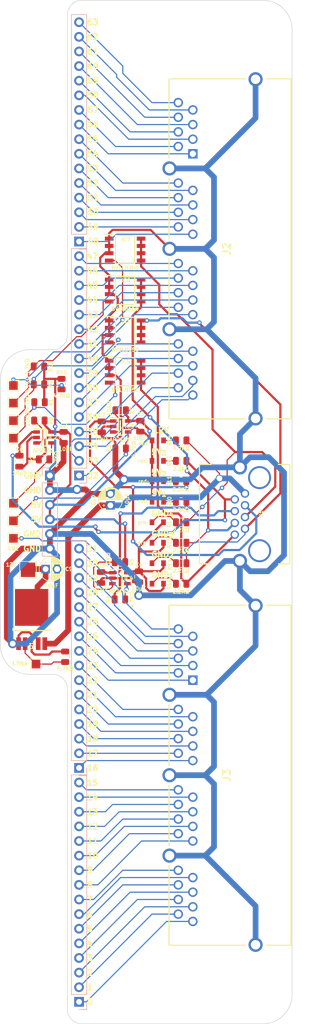
<source format=kicad_pcb>
(kicad_pcb (version 20240108) (generator "pcbnew") (generator_version "8.0")
  (title_block (title "Pico Wide GPIO Connect") (date "2025-01-30") (rev "V0"))
  (layers (0 "F.Cu" signal) (31 "B.Cu" signal) (36 "B.SilkS" user "B.Silkscreen") (37 "F.SilkS" user "F.Silkscreen") (38 "B.Mask" user) (39 "F.Mask" user) (44 "Edge.Cuts" user))
  (net 0 "")
  (net 1 "/5V")
  (net 2 "/GND")
  (net 3 "Net-(IC2-FLG)")
  (net 4 "Net-(IC3-FLG)")
  (net 5 "Net-(IC4-FLG)")
  (net 7 "Net-(J7-Pin_14)")
  (net 8 "Net-(J7-Pin_5)")
  (net 9 "Net-(J6-Pin_3)")
  (net 10 "Net-(J6-Pin_16)")
  (net 11 "Net-(J6-Pin_4)")
  (net 12 "Net-(J6-Pin_10)")
  (net 13 "Net-(J7-Pin_6)")
  (net 14 "Net-(J7-Pin_16)")
  (net 15 "Net-(J7-Pin_12)")
  (net 16 "Net-(J7-Pin_9)")
  (net 17 "Net-(J6-Pin_5)")
  (net 18 "Net-(J7-Pin_8)")
  (net 19 "Net-(J6-Pin_2)")
  (net 20 "Net-(J6-Pin_7)")
  (net 21 "Net-(J6-Pin_13)")
  (net 22 "Net-(J6-Pin_1)")
  (net 23 "Net-(J7-Pin_4)")
  (net 24 "Net-(J7-Pin_1)")
  (net 25 "Net-(J6-Pin_14)")
  (net 26 "Net-(J7-Pin_11)")
  (net 27 "Net-(J7-Pin_7)")
  (net 28 "Net-(J6-Pin_12)")
  (net 29 "Net-(J6-Pin_8)")
  (net 30 "Net-(J6-Pin_15)")
  (net 31 "Net-(J6-Pin_9)")
  (net 32 "Net-(J7-Pin_15)")
  (net 33 "Net-(J7-Pin_2)")
  (net 34 "Net-(J6-Pin_6)")
  (net 35 "Net-(J7-Pin_3)")
  (net 36 "Net-(J7-Pin_10)")
  (net 37 "Net-(J6-Pin_11)")
  (net 38 "Net-(J7-Pin_13)")
  (net 39 "Net-(J5-Pin_11)")
  (net 40 "Net-(J5-Pin_4)")
  (net 41 "Net-(J5-Pin_16)")
  (net 42 "Net-(J4-Pin_14)")
  (net 43 "Net-(J5-Pin_6)")
  (net 44 "Net-(J4-Pin_16)")
  (net 45 "Net-(J4-Pin_4)")
  (net 46 "Net-(J4-Pin_5)")
  (net 47 "Net-(J5-Pin_8)")
  (net 48 "Net-(J5-Pin_12)")
  (net 49 "Net-(J4-Pin_9)")
  (net 50 "Net-(J5-Pin_7)")
  (net 51 "Net-(J5-Pin_13)")
  (net 52 "Net-(J4-Pin_1)")
  (net 53 "Net-(J4-Pin_7)")
  (net 54 "Net-(J5-Pin_2)")
  (net 55 "Net-(J4-Pin_13)")
  (net 56 "Net-(J4-Pin_6)")
  (net 57 "Net-(J5-Pin_15)")
  (net 58 "Net-(J5-Pin_10)")
  (net 59 "Net-(J4-Pin_10)")
  (net 60 "Net-(J5-Pin_5)")
  (net 61 "Net-(J5-Pin_14)")
  (net 62 "Net-(J4-Pin_11)")
  (net 63 "Net-(J5-Pin_3)")
  (net 64 "Net-(J4-Pin_12)")
  (net 65 "Net-(J4-Pin_2)")
  (net 66 "Net-(J4-Pin_15)")
  (net 67 "Net-(J5-Pin_9)")
  (net 68 "Net-(J4-Pin_3)")
  (net 69 "Net-(J4-Pin_8)")
  (net 70 "Net-(J5-Pin_1)")
  (net 71 "/EN_{12V}")
  (net 72 "/12V")
  (net 73 "/EN3_{5V}")
  (net 74 "/5V_{OUT3}")
  (net 75 "/5V_{OUT2}")
  (net 76 "/EN2_{5V}")
  (net 77 "/5V_{OUT1}")
  (net 78 "/EN1_{5V}")
  (net 79 "/12V_{OUT}")
  (net 80 "Net-(LED1-Pad2)")
  (net 81 "Net-(LED2-Pad2)")
  (net 82 "Net-(LED3-Pad2)")
  (net 83 "Net-(LED5-Pad2)")
  (net 84 "/GND_{OUT2}")
  (net 85 "/EN2_{GND}")
  (net 86 "/GND_{OUT1}")
  (net 87 "/EN1_{GND}")
  (net 88 "/GND_{OUT3}")
  (net 89 "/EN3_{GND}")
  (net 90 "/GND_{OUT4}")
  (net 91 "/EN4_{GND}")
  (net 92 "Net-(LED4-Pad1)")
  (net 93 "Net-(LED6-Pad1)")
  (net 94 "Net-(LED7-Pad1)")
  (net 95 "Net-(LED8-Pad1)")
  (footprint "SamacSys_Parts:150224SS73100A" (layer "F.Cu") (at 12.711 79.746 90)
    (property "Reference" "LED2" (hide yes))
    (property "Value" "150224SS73100" (hide yes))
  )
  (footprint "SamacSys_Parts:R_0805" (layer "F.Cu") (at -6.985 59.817 -90)
    (property "Reference" "R13")
    (property "Value" "4.7KΩ")
  )
  (footprint "SamacSys_Parts:R_0805" (layer "F.Cu") (at -6.8815 66.03 -90)
    (property "Reference" "R1")
    (property "Value" "4.7KΩ")
  )
  (footprint "TestPoint:TestPoint_Pad_2.5x2.5mm" (layer "F.Cu") (at -8.89 95.123)
    (property "Reference" "TP1" (hide yes))
    (property "Value" "TestPoint")
  )
  (footprint "SamacSys_Parts:R_0805" (layer "F.Cu") (at 17.78 72.644 90)
    (property "Reference" "R14")
    (property "Value" "4.7KΩ")
  )
  (footprint "SamacSys_Parts:63391672" (layer "F.Cu") (at 19.812 114.3 90)
    (property "Reference" "J3")
    (property "Value" "6339167-2" (hide yes))
  )
  (footprint "SamacSys_Parts:150224SS73100A" (layer "F.Cu") (at 12.7085 72.644 90)
    (property "Reference" "LED5" (hide yes))
    (property "Value" "150224SS73100" (hide yes))
  )
  (footprint "SamacSys_Parts:R_0805" (layer "F.Cu") (at 7.112 100.2615 90)
    (property "Reference" "R4")
    (property "Value" "4.7KΩ")
  )
  (footprint "SamacSys_Parts:SOIC127P600X165-8N" (layer "F.Cu") (at 8.02 39.497)
    (property "Reference" "IC7")
    (property "Value" "BV1LB150FJ-CE2" (hide yes))
  )
  (footprint "SamacSys_Parts:C_0805" (layer "F.Cu") (at 10.668 70.186)
    (property "Reference" "C3")
    (property "Value" "10μF")
  )
  (footprint "SamacSys_Parts:CP_Radial_D4.0mm_P2.00mm" (layer "F.Cu") (at -5.826 94.996)
    (property "Reference" "C9")
    (property "Value" "10μF")
  )
  (footprint "SamacSys_Parts:SOIC127P600X165-8N" (layer "F.Cu") (at 8.02 46.609)
    (property "Reference" "IC6")
    (property "Value" "BV1LB150FJ-CE2" (hide yes))
  )
  (footprint "TestPoint:TestPoint_Pad_1.5x1.5mm" (layer "F.Cu") (at -11.43 72.263)
    (property "Reference" "TP6" (hide yes))
    (property "Value" "TestPoint")
  )
  (footprint "SamacSys_Parts:C_0805" (layer "F.Cu") (at 10.414 96.348)
    (property "Reference" "C4")
    (property "Value" "10μF")
  )
  (footprint "SamacSys_Parts:C_0805" (layer "F.Cu") (at -10.3868 76.2723)
    (property "Reference" "C6")
    (property "Value" "10μF")
  )
  (footprint "SamacSys_Parts:R_0805" (layer "F.Cu") (at -2.413 110.236)
    (property "Reference" "R5" (hide yes))
    (property "Value" "4.7KΩ")
  )
  (footprint "SamacSys_Parts:150224VS73100A" (layer "F.Cu") (at 12.7 86.868 90)
    (property "Reference" "LED8" (hide yes))
    (property "Value" "150224VS73100A" (hide yes))
  )
  (footprint "SamacSys_Parts:R_0805" (layer "F.Cu") (at 17.78 90.424 90)
    (property "Reference" "R18")
    (property "Value" "2.2KΩ")
  )
  (footprint "SamacSys_Parts:150224VS73100A" (layer "F.Cu") (at 12.7 97.536 90)
    (property "Reference" "LED4" (hide yes))
    (property "Value" "150224VS73100A" (hide yes))
  )
  (footprint "SamacSys_Parts:CP_Radial_D4.0mm_P2.00mm" (layer "F.Cu") (at 5.461 83.931 90)
    (property "Reference" "C10")
    (property "Value" "10μF")
  )
  (footprint "SamacSys_Parts:R_0805" (layer "F.Cu") (at 7.239 67.437 -90)
    (property "Reference" "R7")
    (property "Value" "10KΩ")
  )
  (footprint "SamacSys_Parts:63391672" (layer "F.Cu") (at 19.812 22.86 90)
    (property "Reference" "J2")
    (property "Value" "6339167-2" (hide yes))
  )
  (footprint "SamacSys_Parts:150224VS73100A" (layer "F.Cu") (at 12.7 90.424 90)
    (property "Reference" "LED7" (hide yes))
    (property "Value" "150224VS73100A" (hide yes))
  )
  (footprint "SamacSys_Parts:SOIC127P600X165-8N" (layer "F.Cu") (at 8.02 53.721)
    (property "Reference" "IC1")
    (property "Value" "BV1LB150FJ-CE2" (hide yes))
  )
  (footprint "TestPoint:TestPoint_Pad_1.5x1.5mm" (layer "F.Cu") (at -11.43 83.566)
    (property "Reference" "TP5" (hide yes))
    (property "Value" "TestPoint")
  )
  (footprint "SamacSys_Parts:R_0805" (layer "F.Cu") (at 17.78 83.312 90)
    (property "Reference" "R10")
    (property "Value" "2.2KΩ")
  )
  (footprint "SamacSys_Parts:R_0805" (layer "F.Cu") (at -3.048 62.865)
    (property "Reference" "R15")
    (property "Value" "4.7KΩ")
  )
  (footprint "SamacSys_Parts:R_0805" (layer "F.Cu") (at 17.78 76.2 90)
    (property "Reference" "R12")
    (property "Value" "2.2KΩ")
  )
  (footprint "SamacSys_Parts:R_0805" (layer "F.Cu") (at 7.239 74.041 90)
    (property "Reference" "R3")
    (property "Value" "4.7KΩ")
  )
  (footprint "TestPoint:TestPoint_Pad_1.5x1.5mm" (layer "F.Cu") (at -11.43 86.614)
    (property "Reference" "TP3" (hide yes))
    (property "Value" "TestPoint")
  )
  (footprint "TestPoint:TestPoint_Pad_1.5x1.5mm" (layer "F.Cu") (at -11.43 69.215)
    (property "Reference" "TP7" (hide yes))
    (property "Value" "TestPoint")
  )
  (footprint "SamacSys_Parts:R_0805" (layer "F.Cu") (at -6.096 75.946 90)
    (property "Reference" "R2")
    (property "Value" "4.7KΩ")
  )
  (footprint "SamacSys_Parts:R_0805" (layer "F.Cu") (at 17.78 86.868 90)
    (property "Reference" "R19")
    (property "Value" "2.2KΩ")
  )
  (footprint "SamacSys_Parts:SOT95P285X130-5N" (layer "F.Cu") (at 7.112 96.5785)
    (property "Reference" "IC4")
    (property "Value" "AP2151AW-7" (hide yes))
  )
  (footprint "SamacSys_Parts:ITS428L2ATMA1" (layer "F.Cu") (at -8.255 103.759)
    (property "Reference" "Q1")
    (property "Value" "ITS428L2ATMA1" (hide yes))
  )
  (footprint "SamacSys_Parts:R_0805" (layer "F.Cu") (at -6.9785 62.926 -90)
    (property "Reference" "R9")
    (property "Value" "4.7KΩ")
  )
  (footprint "SamacSys_Parts:SOT95P285X130-5N" (layer "F.Cu") (at -6.096 72.136)
    (property "Reference" "IC2")
    (property "Value" "AP2151AW-7" (hide yes))
  )
  (footprint "SamacSys_Parts:R_0805" (layer "F.Cu") (at -6.9115 69.205 -90)
    (property "Reference" "R8")
    (property "Value" "10KΩ")
  )
  (footprint "TestPoint:TestPoint_Pad_1.5x1.5mm" (layer "F.Cu") (at -11.43 66.167)
    (property "Reference" "TP8" (hide yes))
    (property "Value" "TestPoint")
  )
  (footprint "TestPoint:TestPoint_Pad_1.5x1.5mm" (layer "F.Cu") (at -11.43 63.119)
    (property "Reference" "TP9" (hide yes))
    (property "Value" "TestPoint")
  )
  (footprint "SamacSys_Parts:C_0805" (layer "F.Cu") (at -2.697 72.136)
    (property "Reference" "C2")
    (property "Value" "10μF")
  )
  (footprint "SamacSys_Parts:C_0805" (layer "F.Cu") (at 3.82 96.475)
    (property "Reference" "C8")
    (property "Value" "10μF")
  )
  (footprint "SamacSys_Parts:150224SS73100A" (layer "F.Cu") (at 12.711 83.302 90)
    (property "Reference" "LED1" (hide yes))
    (property "Value" "150224SS73100" (hide yes))
  )
  (footprint "SamacSys_Parts:150224SS73100A" (layer "F.Cu") (at 12.7 76.2 90)
    (property "Reference" "LED3" (hide yes))
    (property "Value" "150224SS73100" (hide yes))
  )
  (footprint "SamacSys_Parts:R_0805" (layer "F.Cu") (at 17.78 97.536 90)
    (property "Reference" "R16")
    (property "Value" "2.2KΩ")
  )
  (footprint "SamacSys_Parts:1-406541-1_1" (layer "F.Cu") (at 36.71 94.094 90)
    (property "Reference" "J1")
    (property "Value" "1-406541-1" (hide yes))
  )
  (footprint "SamacSys_Parts:SOT95P285X130-5N" (layer "F.Cu") (at 7.239 70.231)
    (property "Reference" "IC3")
    (property "Value" "AP2151AW-7" (hide yes))
  )
  (footprint "SamacSys_Parts:SOIC127P600X165-8N" (layer "F.Cu") (at 8.02 60.706)
    (property "Reference" "IC5")
    (property "Value" "BV1LB150FJ-CE2" (hide yes))
  )
  (footprint "SamacSys_Parts:R_0805" (layer "F.Cu") (at 17.78 93.98 90)
    (property "Reference" "R17")
    (property "Value" "2.2KΩ")
  )
  (footprint "TestPoint:TestPoint_Pad_1.5x1.5mm" (layer "F.Cu") (at -11.43 89.662)
    (property "Reference" "TP4" (hide yes))
    (property "Value" "TestPoint")
  )
  (footprint "TestPoint:TestPoint_Pad_1.5x1.5mm" (layer "F.Cu") (at -7.493 111.506)
    (property "Reference" "TP2" (hide yes))
    (property "Value" "TestPoint")
  )
  (footprint "SamacSys_Parts:C_0805" (layer "F.Cu") (at 3.937 70.308)
    (property "Reference" "C7")
    (property "Value" "10μF")
  )
  (footprint "SamacSys_Parts:R_0805" (layer "F.Cu") (at 17.7565 79.746 90)
    (property "Reference" "R11")
    (property "Value" "2.2KΩ")
  )
  (footprint "SamacSys_Parts:R_0805" (layer "F.Cu") (at 7.122 93.808 -90)
    (property "Reference" "R6")
    (property "Value" "10KΩ")
  )
  (footprint "SamacSys_Parts:150224VS73100A" (layer "F.Cu") (at 12.7 93.98 90)
    (property "Reference" "LED6" (hide yes))
    (property "Value" "150224VS73100A" (hide yes))
  )
  (footprint "Connector_PinSocket_2.54mm:PinSocket_1x16_P2.54mm_Vertical" (layer "B.Cu") (at 0 170.18)
    (property "Reference" "J4" (hide yes))
    (property "Value" "Conn_01x16_Pin")
  )
  (footprint "Connector_PinSocket_2.54mm:PinSocket_1x16_P2.54mm_Vertical" (layer "B.Cu") (at 0 38.1)
    (property "Reference" "J7" (hide yes))
    (property "Value" "Conn_01x16_Pin")
  )
  (footprint "Connector_PinSocket_2.54mm:PinSocket_1x16_P2.54mm_Vertical" (layer "B.Cu") (at 0 78.74)
    (property "Reference" "J6" (hide yes))
    (property "Value" "Conn_01x16_Pin")
  )
  (footprint "Connector_PinSocket_2.54mm:PinSocket_1x06_P2.54mm_Vertical" (layer "B.Cu") (at -5.08 78.74 180)
    (property "Reference" "J9" (hide yes))
    (property "Value" "Conn_01x06_Pin")
  )
  (footprint "Connector_PinSocket_2.54mm:PinSocket_1x16_P2.54mm_Vertical" (layer "B.Cu") (at 0 129.54)
    (property "Reference" "J5" (hide yes))
    (property "Value" "Conn_01x16_Pin")
  )
  (gr_line (start -2.032 171.45) (end -2.032 115.824) (stroke (width 0.1)) (layer "Edge.Cuts"))
  (gr_line (start 0.508 -3.81) (end 32.008 -3.81) (stroke (width 0.1)) (layer "Edge.Cuts"))
  (gr_arc (start 37.088 168.91) (mid 35.600102 172.502102) (end 32.008 173.99) (stroke (width 0.1)) (layer "Edge.Cuts"))
  (gr_arc (start -4.572 113.284) (mid -2.775949 114.027949) (end -2.032 115.824) (stroke (width 0.1)) (layer "Edge.Cuts"))
  (gr_arc (start -2.032 -1.27) (mid -1.288051 -3.066051) (end 0.508 -3.81) (stroke (width 0.1)) (layer "Edge.Cuts"))
  (gr_line (start -4.572 56.896) (end -8.636 56.896) (stroke (width 0.1)) (layer "Edge.Cuts"))
  (gr_arc (start -8.636 113.284) (mid -12.228102 111.796102) (end -13.716 108.204) (stroke (width 0.1)) (layer "Edge.Cuts"))
  (gr_arc (start -2.032 54.356) (mid -2.775949 56.152051) (end -4.572 56.896) (stroke (width 0.1)) (layer "Edge.Cuts"))
  (gr_line (start 37.088 168.91) (end 37.088 1.27) (stroke (width 0.1)) (layer "Edge.Cuts"))
  (gr_arc (start 0.508 173.99) (mid -1.288051 173.246051) (end -2.032 171.45) (stroke (width 0.1)) (layer "Edge.Cuts"))
  (gr_arc (start -13.716 61.976) (mid -12.228102 58.383898) (end -8.636 56.896) (stroke (width 0.1)) (layer "Edge.Cuts"))
  (gr_line (start -2.032 54.356) (end -2.032 -1.27) (stroke (width 0.1)) (layer "Edge.Cuts"))
  (gr_arc (start 32.008 -3.81) (mid 35.600102 -2.322102) (end 37.088 1.27) (stroke (width 0.1)) (layer "Edge.Cuts"))
  (gr_line (start -13.716 108.204) (end -13.716 61.976) (stroke (width 0.1)) (layer "Edge.Cuts"))
  (gr_line (start 0.508 173.99) (end 32.008 173.99) (stroke (width 0.1)) (layer "Edge.Cuts"))
  (gr_line (start -8.636 113.284) (end -4.572 113.284) (stroke (width 0.1)) (layer "Edge.Cuts"))
  (gr_text "31" (at 1.21 91.47 0) (layer "F.SilkS") (effects (font (size 1 1) (thickness 0.25) (bold yes)) (justify left)))
  (gr_text "GND" (at -6.47 88.9 0) (layer "F.SilkS") (effects (font (size 1 1) (thickness 0.25) (bold yes)) (justify right)))
  (gr_text "33" (at 1.27 76.2 0) (layer "F.SilkS") (effects (font (size 1 1) (thickness 0.25) (bold yes)) (justify left)))
  (gr_text "36" (at 1.21 68.61 0) (layer "F.SilkS") (effects (font (size 1 1) (thickness 0.25) (bold yes)) (justify left)))
  (gr_text "12V_{EN}" (at -8.87 111.379 0) (layer "F.SilkS") (effects (font (size 0.635 0.635) (thickness 0.15) (bold yes)) (justify right)))
  (gr_text "34" (at 1.27 73.66 0) (layer "F.SilkS") (effects (font (size 1 1) (thickness 0.25) (bold yes)) (justify left)))
  (gr_text "24" (at 1.27 109.22 0) (layer "F.SilkS") (effects (font (size 1 1) (thickness 0.25) (bold yes)) (justify left)))
  (gr_text "GND" (at -6.41 81.31 0) (layer "F.SilkS") (effects (font (size 1 1) (thickness 0.25) (bold yes)) (justify right)))
  (gr_text "32" (at 1.27 78.74 0) (layer "F.SilkS") (effects (font (size 1 1) (thickness 0.25) (bold yes)) (justify left)))
  (gr_text "5V_{2}" (at 12.4225 78.232 0) (layer "F.SilkS") (effects (font (size 1 1) (thickness 0.25) (bold yes)) (justify left)))
  (gr_text "17" (at 1.27 127 0) (layer "F.SilkS") (effects (font (size 1 1) (thickness 0.25) (bold yes)) (justify left)))
  (gr_text "57" (at 1.33 15.21 0) (layer "F.SilkS") (effects (font (size 1 1) (thickness 0.25) (bold yes)) (justify left)))
  (gr_text "44" (at 1.21 48.29 0) (layer "F.SilkS") (effects (font (size 1 1) (thickness 0.25) (bold yes)) (justify left)))
  (gr_text "11" (at 1.27 142.24 0) (layer "F.SilkS") (effects (font (size 1 1) (thickness 0.25) (bold yes)) (justify left)))
  (gr_text "59" (at 1.33 10.13 0) (layer "F.SilkS") (effects (font (size 1 1) (thickness 0.25) (bold yes)) (justify left)))
  (gr_text "50" (at 1.33 32.99 0) (layer "F.SilkS") (effects (font (size 1 1) (thickness 0.25) (bold yes)) (justify left)))
  (gr_text "62" (at 1.27 2.54 0) (layer "F.SilkS") (effects (font (size 1 1) (thickness 0.25) (bold yes)) (justify left)))
  (gr_text "43" (at 1.27 50.8 0) (layer "F.SilkS") (effects (font (size 1 1) (thickness 0.25) (bold yes)) (justify left)))
  (gr_text "18" (at 1.27 124.46 0) (layer "F.SilkS") (effects (font (size 1 1) (thickness 0.25) (bold yes)) (justify left)))
  (gr_text "16" (at 1.27 129.54 0) (layer "F.SilkS") (effects (font (size 1 1) (thickness 0.25) (bold yes)) (justify left)))
  (gr_text "51" (at 1.33 30.45 0) (layer "F.SilkS") (effects (font (size 1 1) (thickness 0.25) (bold yes)) (justify left)))
  (gr_text "12" (at 1.21 139.73 0) (layer "F.SilkS") (effects (font (size 1 1) (thickness 0.25) (bold yes)) (justify left)))
  (gr_text "21" (at 1.21 116.87 0) (layer "F.SilkS") (effects (font (size 1 1) (thickness 0.25) (bold yes)) (justify left)))
  (gr_text "5V_{1}" (at 12.446 81.788 0) (layer "F.SilkS") (effects (font (size 1 1) (thickness 0.25) (bold yes)) (justify left)))
  (gr_text "13" (at 1.21 137.19 0) (layer "F.SilkS") (effects (font (size 1 1) (thickness 0.25) (bold yes)) (justify left)))
  (gr_text "23" (at 1.21 111.79 0) (layer "F.SilkS") (effects (font (size 1 1) (thickness 0.25) (bold yes)) (justify left)))
  (gr_text "30" (at 1.21 94.01 0) (layer "F.SilkS") (effects (font (size 1 1) (thickness 0.25) (bold yes)) (justify left)))
  (gr_text "6" (at 1.21 154.97 0) (layer "F.SilkS") (effects (font (size 1 1) (thickness 0.25) (bold yes)) (justify left)))
  (gr_text "61" (at 1.27 5.08 0) (layer "F.SilkS") (effects (font (size 1 1) (thickness 0.25) (bold yes)) (justify left)))
  (gr_text "35" (at 1.2192 71.12 0) (layer "F.SilkS") (effects (font (size 1 1) (thickness 0.25) (bold yes)) (justify left)))
  (gr_text "58" (at 1.33 12.67 0) (layer "F.SilkS") (effects (font (size 1 1) (thickness 0.25) (bold yes)) (justify left)))
  (gr_text "49" (at 1.33 35.53 0) (layer "F.SilkS") (effects (font (size 1 1) (thickness 0.25) (bold yes)) (justify left)))
  (gr_text "3" (at 1.27 162.56 0) (layer "F.SilkS") (effects (font (size 1 1) (thickness 0.25) (bold yes)) (justify left)))
  (gr_text "46" (at 1.21 43.21 0) (layer "F.SilkS") (effects (font (size 1 1) (thickness 0.25) (bold yes)) (justify left)))
  (gr_text "5" (at 1.21 157.51 0) (layer "F.SilkS") (effects (font (size 1 1) (thickness 0.25) (bold yes)) (justify left)))
  (gr_text "29" (at 1.21 96.55 0) (layer "F.SilkS") (effects (font (size 1 1) (thickness 0.25) (bold yes)) (justify left)))
  (gr_text "20" (at 1.21 119.41 0) (layer "F.SilkS") (effects (font (size 1 1) (thickness 0.25) (bold yes)) (justify left)))
  (gr_text "40" (at 1.27 58.42 0) (layer "F.SilkS") (effects (font (size 1 1) (thickness 0.25) (bold yes)) (justify left)))
  (gr_text "9" (at 1.27 147.32 0) (layer "F.SilkS") (effects (font (size 1 1) (thickness 0.25) (bold yes)) (justify left)))
  (gr_text "10" (at 1.27 144.78 0) (layer "F.SilkS") (effects (font (size 1 1) (thickness 0.25) (bold yes)) (justify left)))
  (gr_text "GND" (at -6.41 78.77 0) (layer "F.SilkS") (effects (font (size 1 1) (thickness 0.25) (bold yes)) (justify right)))
  (gr_text "5V" (at -6.41 83.85 0) (layer "F.SilkS") (effects (font (size 1 1) (thickness 0.25) (bold yes)) (justify right)))
  (gr_text "25" (at 1.27 106.68 0) (layer "F.SilkS") (effects (font (size 1 1) (thickness 0.25) (bold yes)) (justify left)))
  (gr_text "63" (at 1.27 0 0) (layer "F.SilkS") (effects (font (size 1 1) (thickness 0.25) (bold yes)) (justify left)))
  (gr_text "12V" (at 12.7 70.866 0) (layer "F.SilkS") (effects (font (size 1 1) (thickness 0.25) (bold yes)) (justify left)))
  (gr_text "GND_{1}" (at 12.446 96.012 0) (layer "F.SilkS") (effects (font (size 1 1) (thickness 0.25) (bold yes)) (justify left)))
  (gr_text "52" (at 1.27 27.94 0) (layer "F.SilkS") (effects (font (size 1 1) (thickness 0.25) (bold yes)) (justify left)))
  (gr_text "2" (at 1.27 165.1 0) (layer "F.SilkS") (effects (font (size 1 1) (thickness 0.25) (bold yes)) (justify left)))
  (gr_text "5V_{3}" (at 12.446 74.676 0) (layer "F.SilkS") (effects (font (size 1 1) (thickness 0.25) (bold yes)) (justify left)))
  (gr_text "14" (at 1.21 134.65 0) (layer "F.SilkS") (effects (font (size 1 1) (thickness 0.25) (bold yes)) (justify left)))
  (gr_text "0" (at 1.27 170.18 0) (layer "F.SilkS") (effects (font (size 1 1) (thickness 0.25) (bold yes)) (justify left)))
  (gr_text "26" (at 1.27 104.14 0) (layer "F.SilkS") (effects (font (size 1 1) (thickness 0.25) (bold yes)) (justify left)))
  (gr_text "47" (at 1.21 40.67 0) (layer "F.SilkS") (effects (font (size 1 1) (thickness 0.25) (bold yes)) (justify left)))
  (gr_text "37" (at 1.21 66.07 0) (layer "F.SilkS") (effects (font (size 1 1) (thickness 0.25) (bold yes)) (justify left)))
  (gr_text "41" (at 1.27 55.88 0) (layer "F.SilkS") (effects (font (size 1 1) (thickness 0.25) (bold yes)) (justify left)))
  (gr_text "19" (at 1.27 121.92 0) (layer "F.SilkS") (effects (font (size 1 1) (thickness 0.25) (bold yes)) (justify left)))
  (gr_text "48" (at 1.33 38.07 0) (layer "F.SilkS") (effects (font (size 1 1) (thickness 0.25) (bold yes)) (justify left)))
  (gr_text "8" (at 1.27 149.86 0) (layer "F.SilkS") (effects (font (size 1 1) (thickness 0.25) (bold yes)) (justify left)))
  (gr_text "1" (at 1.27 167.64 0) (layer "F.SilkS") (effects (font (size 1 1) (thickness 0.25) (bold yes)) (justify left)))
  (gr_text "GND_{4}" (at 12.446 85.344 0) (layer "F.SilkS") (effects (font (size 1 1) (thickness 0.25) (bold yes)) (justify left)))
  (gr_text "5V" (at -6.41 86.39 0) (layer "F.SilkS") (effects (font (size 1 1) (thickness 0.25) (bold yes)) (justify right)))
  (gr_text "22" (at 1.21 114.33 0) (layer "F.SilkS") (effects (font (size 1 1) (thickness 0.25) (bold yes)) (justify left)))
  (gr_text "45" (at 1.21 45.75 0) (layer "F.SilkS") (effects (font (size 1 1) (thickness 0.25) (bold yes)) (justify left)))
  (gr_text "42" (at 1.27 53.34 0) (layer "F.SilkS") (effects (font (size 1 1) (thickness 0.25) (bold yes)) (justify left)))
  (gr_text "54" (at 1.27 22.86 0) (layer "F.SilkS") (effects (font (size 1 1) (thickness 0.25) (bold yes)) (justify left)))
  (gr_text "28" (at 1.21 99.09 0) (layer "F.SilkS") (effects (font (size 1 1) (thickness 0.25) (bold yes)) (justify left)))
  (gr_text "7" (at 1.21 152.43 0) (layer "F.SilkS") (effects (font (size 1 1) (thickness 0.25) (bold yes)) (justify left)))
  (gr_text "60" (at 1.27 7.62 0) (layer "F.SilkS") (effects (font (size 1 1) (thickness 0.25) (bold yes)) (justify left)))
  (gr_text "GND_{3}" (at 12.446 88.9 0) (layer "F.SilkS") (effects (font (size 1 1) (thickness 0.25) (bold yes)) (justify left)))
  (gr_text "GND_{2}" (at 12.446 92.456 0) (layer "F.SilkS") (effects (font (size 1 1) (thickness 0.25) (bold yes)) (justify left)))
  (gr_text "GND" (at -6.47 91.44 0) (layer "F.SilkS") (effects (font (size 1 1) (thickness 0.25) (bold yes)) (justify right)))
  (gr_text "53" (at 1.27 25.4 0) (layer "F.SilkS") (effects (font (size 1 1) (thickness 0.25) (bold yes)) (justify left)))
  (gr_text "27" (at 1.27 101.6 0) (layer "F.SilkS") (effects (font (size 1 1) (thickness 0.25) (bold yes)) (justify left)))
  (gr_text "12V" (at -12.827 94.234 0) (layer "F.SilkS") (effects (font (size 0.635 0.635) (thickness 0.15) (bold yes)) (justify left)))
  (gr_text "38" (at 1.21 63.53 0) (layer "F.SilkS") (effects (font (size 1 1) (thickness 0.25) (bold yes)) (justify left)))
  (gr_text "4" (at 1.21 160.05 0) (layer "F.SilkS") (effects (font (size 1 1) (thickness 0.25) (bold yes)) (justify left)))
  (gr_text "EN1" (at -11.43 91.44 0) (layer "F.SilkS") (effects (font (size 0.635 0.635) (thickness 0.15) (bold yes))))
  (gr_text "15" (at 1.21 132.11 0) (layer "F.SilkS") (effects (font (size 1 1) (thickness 0.25) (bold yes)) (justify left)))
  (gr_text "39" (at 1.21 60.99 0) (layer "F.SilkS") (effects (font (size 1 1) (thickness 0.25) (bold yes)) (justify left)))
  (gr_text "55" (at 1.27 20.32 0) (layer "F.SilkS") (effects (font (size 1 1) (thickness 0.25) (bold yes)) (justify left)))
  (gr_text "56" (at 1.33 17.75 0) (layer "F.SilkS") (effects (font (size 1 1) (thickness 0.25) (bold yes)) (justify left)))
  (segment (start 14.7 90.424) (end 14.7 91.218) (width 0.38) (layer "F.Cu") (net 1))
  (segment (start -1.982 71.17) (end -2.697 71.17) (width 0.38) (layer "F.Cu") (net 1))
  (segment (start 8.539 69.281) (end 8.539 68.61) (width 0.38) (layer "F.Cu") (net 1))
  (segment (start 11.684 96.652) (end 11.684 98.298) (width 0.38) (layer "F.Cu") (net 1))
  (segment (start 8.0345 87.1555) (end 8.001 87.122) (width 0.38) (layer "F.Cu") (net 1))
  (segment (start 12.192 98.806) (end 14.224 98.806) (width 0.38) (layer "F.Cu") (net 1))
  (segment (start 10.414 95.382) (end 9.398 95.382) (width 0.38) (layer "F.Cu") (net 1))
  (segment (start -4.796 71.186) (end -5.999 69.983) (width 0.38) (layer "F.Cu") (net 1))
  (segment (start 10.414 91.154) (end 10.414 91.948) (width 0.38) (layer "F.Cu") (net 1))
  (segment (start 10.668 69.22) (end 12.282 70.834) (width 0.38) (layer "F.Cu") (net 1))
  (segment (start 9.528 69.281) (end 8.539 69.281) (width 0.38) (layer "F.Cu") (net 1))
  (segment (start 14.7 91.218) (end 13.97 91.948) (width 0.38) (layer "F.Cu") (net 1))
  (segment (start 10.414 95.382) (end 11.684 96.652) (width 0.38) (layer "F.Cu") (net 1))
  (segment (start 14.7 98.33) (end 14.7 97.536) (width 0.38) (layer "F.Cu") (net 1))
  (segment (start 8.1515 68.2225) (end 8.1515 67.427) (width 0.38) (layer "F.Cu") (net 1))
  (segment (start -5.08 83.82) (end -1.524 80.264) (width 0.38) (layer "F.Cu") (net 1))
  (segment (start 11.684 98.298) (end 12.192 98.806) (width 0.38) (layer "F.Cu") (net 1))
  (segment (start -1.524 80.264) (end -1.524 71.628) (width 0.38) (layer "F.Cu") (net 1))
  (segment (start 10.668 69.22) (end 9.589 69.22) (width 0.38) (layer "F.Cu") (net 1))
  (segment (start 8.412 95.6285) (end 8.412 94.981) (width 0.38) (layer "F.Cu") (net 1))
  (segment (start -2.832 71.17) (end -4.78 71.17) (width 0.38) (layer "F.Cu") (net 1))
  (segment (start 8.0345 93.798) (end 8.0345 87.1555) (width 0.38) (layer "F.Cu") (net 1))
  (segment (start 14.092 95.382) (end 14.7 94.774) (width 0.38) (layer "F.Cu") (net 1))
  (segment (start 14.224 98.806) (end 14.7 98.33) (width 0.38) (layer "F.Cu") (net 1))
  (segment (start 9.1515 95.6285) (end 8.412 95.6285) (width 0.38) (layer "F.Cu") (net 1))
  (segment (start 14.7 94.774) (end 14.7 93.98) (width 0.38) (layer "F.Cu") (net 1))
  (segment (start 8.539 68.61) (end 8.1515 68.2225) (width 0.38) (layer "F.Cu") (net 1))
  (segment (start -1.524 71.628) (end -1.982 71.17) (width 0.38) (layer "F.Cu") (net 1))
  (segment (start 9.589 69.22) (end 9.528 69.281) (width 0.38) (layer "F.Cu") (net 1))
  (segment (start 10.414 91.948) (end 13.97 91.948) (width 0.38) (layer "F.Cu") (net 1))
  (segment (start -5.08 86.36) (end -5.08 83.82) (width 0.38) (layer "F.Cu") (net 1))
  (segment (start -5.999 69.983) (end -5.999 69.195) (width 0.38) (layer "F.Cu") (net 1))
  (segment (start 8.412 94.981) (end 8.0345 94.6035) (width 0.38) (layer "F.Cu") (net 1))
  (segment (start 10.414 95.382) (end 14.092 95.382) (width 0.38) (layer "F.Cu") (net 1))
  (segment (start 8.0345 94.6035) (end 8.0345 93.798) (width 0.38) (layer "F.Cu") (net 1))
  (segment (start 14.7 86.868) (end 10.414 91.154) (width 0.38) (layer "F.Cu") (net 1))
  (segment (start 10.414 91.948) (end 10.414 95.382) (width 0.38) (layer "F.Cu") (net 1))
  (segment (start 12.282 70.834) (end 12.282 71.0296) (width 0.38) (layer "F.Cu") (net 1))
  (segment (start 9.398 95.382) (end 9.1515 95.6285) (width 0.38) (layer "F.Cu") (net 1))
  (via (at 12.282 71.0296) (size 0.8) (drill 0.4) (layers "F.Cu" "B.Cu") (net 1))
  (via (at 8.001 87.122) (size 0.8) (drill 0.4) (layers "F.Cu" "B.Cu") (net 1))
  (segment (start -5.08 86.36) (end 6.096 86.36) (width 0.38) (layer "B.Cu") (net 1))
  (segment (start 0.635 83.82) (end 12.282 72.173) (width 0.38) (layer "B.Cu") (net 1))
  (segment (start -5.08 83.82) (end 0.635 83.82) (width 0.38) (layer "B.Cu") (net 1))
  (segment (start 12.282 72.173) (end 12.282 71.0296) (width 0.38) (layer "B.Cu") (net 1))
  (segment (start 6.096 86.36) (end 6.858 87.122) (width 0.38) (layer "B.Cu") (net 1))
  (segment (start 6.858 87.122) (end 8.001 87.122) (width 0.38) (layer "B.Cu") (net 1))
  (segment (start 3.937 71.882) (end 3.937 71.242) (width 0.38) (layer "F.Cu") (net 2))
  (segment (start 12.7 76.2) (end 12.7 79.735) (width 0.38) (layer "F.Cu") (net 2))
  (segment (start 5.842 36.068) (end 12.45 36.068) (width 0.38) (layer "F.Cu") (net 2))
  (segment (start -5.86 72.535) (end -5.461 72.136) (width 0.38) (layer "F.Cu") (net 2))
  (segment (start 12.7085 72.644) (end 12.7085 76.1915) (width 0.38) (layer "F.Cu") (net 2))
  (segment (start -9.0082 72.8892) (end -8.255 72.136) (width 0.38) (layer "F.Cu") (net 2))
  (segment (start 5.969 72.644) (end 6.3265 73.0015) (width 0.38) (layer "F.Cu") (net 2))
  (segment (start 6.3265 73.0015) (end 6.3265 74.051) (width 0.38) (layer "F.Cu") (net 2))
  (segment (start -2.697 76.357) (end -2.697 73.07) (width 1) (layer "F.Cu") (net 2))
  (segment (start 7.475 68.631035) (end 7.475 70.225) (width 0.38) (layer "F.Cu") (net 2))
  (segment (start -6.0725 61.946) (end -6.0725 59.807) (width 0.38) (layer "F.Cu") (net 2))
  (segment (start -8.255 72.136) (end -7.396 72.136) (width 0.38) (layer "F.Cu") (net 2))
  (segment (start 5.245 44.704) (end 5.245 45.974) (width 0.38) (layer "F.Cu") (net 2))
  (segment (start 6.1995 100.2715) (end 6.1995 99.2925) (width 0.38) (layer "F.Cu") (net 2))
  (segment (start -6.066 62.916) (end -6.066 61.9525) (width 0.38) (layer "F.Cu") (net 2))
  (segment (start 10.414 97.282) (end 10.414 99.568) (width 1) (layer "F.Cu") (net 2))
  (segment (start 5.245 38.862) (end 5.245 37.592) (width 0.38) (layer "F.Cu") (net 2))
  (segment (start 7.814005 79.434995) (end 11.118995 79.434995) (width 0.38) (layer "F.Cu") (net 2))
  (segment (start -8.2462 75.8278) (end -8.118 75.956) (width 0.38) (layer "F.Cu") (net 2))
  (segment (start 12.7085 72.644) (end 11.1845 71.12) (width 0.38) (layer "F.Cu") (net 2))
  (segment (start 7.112 98.38) (end 7.112 96.5785) (width 0.38) (layer "F.Cu") (net 2))
  (segment (start 3.683 42.418) (end 3.683 40.935) (width 0.38) (layer "F.Cu") (net 2))
  (segment (start 7.475 70.225) (end 7.741 70.491) (width 0.38) (layer "F.Cu") (net 2))
  (segment (start 5.245 45.974) (end 5.245 47.244) (width 0.38) (layer "F.Cu") (net 2))
  (segment (start 5.245 37.592) (end 5.245 36.665) (width 0.38) (layer "F.Cu") (net 2))
  (segment (start 4.0875 96.5785) (end 3.82 96.846) (width 0.38) (layer "F.Cu") (net 2))
  (segment (start 5.969 72.263) (end 5.969 72.644) (width 0.38) (layer "F.Cu") (net 2))
  (segment (start -10.535 107.959) (end -11.557002 107.959) (width 0.38) (layer "F.Cu") (net 2))
  (segment (start 3.937 70.612) (end 4.317 70.232) (width 0.38) (layer "F.Cu") (net 2))
  (segment (start -10.535 106.543) (end -9.9844 105.992) (width 0.38) (layer "F.Cu") (net 2))
  (segment (start -5.08 81.28) (end -5.08 78.74) (width 1) (layer "F.Cu") (net 2))
  (segment (start -5.08 88.9) (end -5.08 91.44) (width 1) (layer "F.Cu") (net 2))
  (segment (start 5.245 54.356) (end 5.245 53.086) (width 0.38) (layer "F.Cu") (net 2))
  (segment (start -8.255 109.347) (end -7.747 109.855) (width 0.38) (layer "F.Cu") (net 2))
  (segment (start -7.747 109.855) (end -5.207 109.855) (width 0.38) (layer "F.Cu") (net 2))
  (segment (start 6.858 72.263) (end 5.969 72.263) (width 0.38) (layer "F.Cu") (net 2))
  (segment (start -12.573 94.107) (end -12.573 106.943002) (width 1) (layer "F.Cu") (net 2))
  (segment (start -3.631 72.136) (end -2.697 73.07) (width 0.38) (layer "F.Cu") (net 2))
  (segment (start 6.3265 74.051) (end 6.3265 77.94749) (width 1) (layer "F.Cu") (net 2))
  (segment (start -6.066 61.9525) (end -6.0725 61.946) (width 0.38) (layer "F.Cu") (net 2))
  (segment (start -5.207 109.855) (end -4.6755 109.324) (width 0.38) (layer "F.Cu") (net 2))
  (segment (start -9.0082 75.8278) (end -8.2462 75.8278) (width 0.38) (layer "F.Cu") (net 2))
  (segment (start -5.86 74.8075) (end -5.86 72.535) (width 0.38) (layer "F.Cu") (net 2))
  (segment (start -9.6423 77.2063) (end -10.3868 77.2063) (width 0.38) (layer "F.Cu") (net 2))
  (segment (start 5.245 40.132) (end 5.245 38.862) (width 0.38) (layer "F.Cu") (net 2))
  (segment (start -7.0085 75.956) (end -5.86 74.8075) (width 0.38) (layer "F.Cu") (net 2))
  (segment (start 5.812 96.5785) (end 7.112 96.5785) (width 0.38) (layer "F.Cu") (net 2))
  (segment (start 1.889 81.931) (end 5.461 81.931) (width 1) (layer "F.Cu") (net 2))
  (segment (start 4.318 72.263) (end 3.937 71.882) (width 0.38) (layer "F.Cu") (net 2))
  (segment (start 5.245 43.98) (end 3.683 42.418) (width 0.38) (layer "F.Cu") (net 2))
  (segment (start 5.245 60.071) (end 5.245 61.341) (width 0.38) (layer "F.Cu") (net 2))
  (segment (start 7.112 96.5785) (end 9.117 96.5785) (width 0.38) (layer "F.Cu") (net 2))
  (segment (start -5.08 88.9) (end 1.889 81.931) (width 1) (layer "F.Cu") (net 2))
  (segment (start -9.9844 105.992) (end -8.636 105.992) (width 0.38) (layer "F.Cu") (net 2))
  (segment (start 3.82 96.846) (end 3.82 97.409) (width 0.38) (layer "F.Cu") (net 2))
  (segment (start 4.317 70.232) (end 5.938 70.232) (width 0.38) (layer "F.Cu") (net 2))
  (segment (start 5.245 47.244) (end 6.0057 47.244) (width 0.38) (layer "F.Cu") (net 2))
  (segment (start 6.3867 61.341) (end 7.2463 62.2006) (width 0.38) (layer "F.Cu") (net 2))
  (segment (start 5.245 44.704) (end 5.245 43.98) (width 0.38) (layer "F.Cu") (net 2))
  (segment (start 6.1995 99.2925) (end 7.112 98.38) (width 0.38) (layer "F.Cu") (net 2))
  (segment (start -9.0082 76.5722) (end -9.6423 77.2063) (width 0.38) (layer "F.Cu") (net 2))
  (segment (start -9.0082 75.8278) (end -9.0082 72.8892) (width 0.38) (layer "F.Cu") (net 2))
  (segment (start 12.711 79.746) (end 12.711 83.302) (width 0.38) (layer "F.Cu") (net 2))
  (segment (start 5.245 58.801) (end 5.245 60.071) (width 0.38) (layer "F.Cu") (net 2))
  (segment (start 4.486 40.132) (end 5.245 40.132) (width 0.38) (layer "F.Cu") (net 2))
  (segment (start -8.636 105.992) (end -8.255 106.373) (width 0.38) (layer "F.Cu") (net 2))
  (segment (start 5.245 54.356) (end 4.1048 54.356) (width 0.38) (layer "F.Cu") (net 2))
  (segment (start 9.117 96.5785) (end 9.377 96.8385) (width 0.38) (layer "F.Cu") (net 2))
  (segment (start 5.812 96.5785) (end 4.0875 96.5785) (width 0.38) (layer "F.Cu") (net 2))
  (segment (start -4.1587 61.9525) (end -4.1587 70.2283) (width 0.38) (layer "F.Cu") (net 2))
  (segment (start 5.245 36.665) (end 5.842 36.068) (width 0.38) (layer "F.Cu") (net 2))
  (segment (start 1.889 81.931) (end 1.1233 81.1653) (width 1) (layer "F.Cu") (net 2))
  (segment (start 10.039 70.491) (end 7.741 70.491) (width 0.38) (layer "F.Cu") (net 2))
  (segment (start 11.118995 79.434995) (end 11.43 79.746) (width 0.38) (layer "F.Cu") (net 2))
  (segment (start 6.731 47.9693) (end 6.731 49.53) (width 0.38) (layer "F.Cu") (net 2))
  (segment (start 5.969 72.263) (end 4.318 72.263) (width 0.38) (layer "F.Cu") (net 2))
  (segment (start 4.1033 54.3575) (end 4.1048 54.356) (width 0.38) (layer "F.Cu") (net 2))
  (segment (start 9.377 97.216) (end 9.443 97.282) (width 0.38) (layer "F.Cu") (net 2))
  (segment (start -4.6755 109.324) (end -2.4235 109.324) (width 0.38) (layer "F.Cu") (net 2))
  (segment (start 3.937 71.242) (end 3.937 70.612) (width 0.38) (layer "F.Cu") (net 2))
  (segment (start 7.2463 68.402335) (end 7.475 68.631035) (width 0.38) (layer "F.Cu") (net 2))
  (segment (start 7.493 71.628) (end 6.858 72.263) (width 0.38) (layer "F.Cu") (net 2))
  (segment (start -12.573 106.943002) (end -11.557002 107.959) (width 1) (layer "F.Cu") (net 2))
  (segment (start -5.08 78.74) (end -2.697 76.357) (width 1) (layer "F.Cu") (net 2))
  (segment (start -4.1587 61.9525) (end -6.066 61.9525) (width 0.38) (layer "F.Cu") (net 2))
  (segment (start 4.1033 57.6593) (end 4.1033 54.3575) (width 0.38) (layer "F.Cu") (net 2))
  (segment (start 9.377 96.8385) (end 9.377 97.216) (width 0.38) (layer "F.Cu") (net 2))
  (segment (start 12.45 36.068) (end 15.752 39.37) (width 0.38) (layer "F.Cu") (net 2))
  (segment (start 6.0057 47.244) (end 6.731 47.9693) (width 0.38) (layer "F.Cu") (net 2))
  (segment (start 5.245 53.086) (end 5.245 51.816) (width 0.38) (layer "F.Cu") (net 2))
  (segment (start -10.535 107.959) (end -10.535 106.543) (width 0.38) (layer "F.Cu") (net 2))
  (segment (start 7.2463 62.2006) (end 7.2463 68.402335) (width 0.38) (layer "F.Cu") (net 2))
  (segment (start -9.906 91.44) (end -12.573 94.107) (width 1) (layer "F.Cu") (net 2))
  (segment (start -6.066 65.923) (end -6.066 62.916) (width 0.38) (layer "F.Cu") (net 2))
  (segment (start 6.731 49.53) (end 5.245 51.016) (width 0.38) (layer "F.Cu") (net 2))
  (segment (start 5.245 61.341) (end 6.3867 61.341) (width 0.38) (layer "F.Cu") (net 2))
  (segment (start -5.08 91.44) (end -9.906 91.44) (width 1) (layer "F.Cu") (net 2))
  (segment (start 5.245 51.016) (end 5.245 51.816) (width 0.38) (layer "F.Cu") (net 2))
  (segment (start 10.668 71.12) (end 10.039 70.491) (width 0.38) (layer "F.Cu") (net 2))
  (segment (start 1.1233 81.1653) (end -0.3687 81.1653) (width 1) (layer "F.Cu") (net 2))
  (segment (start 3.683 40.935) (end 4.486 40.132) (width 0.38) (layer "F.Cu") (net 2))
  (segment (start -8.118 75.956) (end -7.0085 75.956) (width 0.38) (layer "F.Cu") (net 2))
  (segment (start -9.0082 75.8278) (end -9.0082 76.5722) (width 0.38) (layer "F.Cu") (net 2))
  (segment (start -3.058 61.9525) (end -4.1587 61.9525) (width 0.38) (layer "F.Cu") (net 2))
  (segment (start 9.443 97.282) (end 10.414 97.282) (width 0.38) (layer "F.Cu") (net 2))
  (segment (start -8.255 106.373) (end -8.255 109.347) (width 0.38) (layer "F.Cu") (net 2))
  (segment (start 6.3265 77.94749) (end 7.814005 79.434995) (width 1) (layer "F.Cu") (net 2))
  (segment (start -5.461 72.136) (end -3.631 72.136) (width 0.38) (layer "F.Cu") (net 2))
  (segment (start 7.493 70.739) (end 7.493 71.628) (width 0.38) (layer "F.Cu") (net 2))
  (segment (start 7.741 70.491) (end 7.493 70.739) (width 0.38) (layer "F.Cu") (net 2))
  (segment (start 5.245 58.801) (end 4.1033 57.6593) (width 0.38) (layer "F.Cu") (net 2))
  (segment (start 4.1048 54.356) (end 4.1033 54.356) (width 0.38) (layer "F.Cu") (net 2))
  (segment (start 12.711 79.746) (end 11.43 79.746) (width 0.38) (layer "F.Cu") (net 2))
  (via (at 10.414 99.568) (size 1.6) (drill 1) (layers "F.Cu" "B.Cu") (net 2))
  (via (at -0.3687 81.1653) (size 1.6) (drill 1) (layers "F.Cu" "B.Cu") (net 2))
  (via (at -4.1587 70.2283) (size 0.8) (drill 0.4) (layers "F.Cu" "B.Cu") (net 2))
  (via (at -11.557002 107.959) (size 1.6) (drill 1) (layers "F.Cu" "B.Cu") (net 2))
  (via (at 7.814005 79.434995) (size 1.6) (drill 1) (layers "F.Cu" "B.Cu") (net 2))
  (segment (start 21.438346 77.329) (end 19.332351 79.434995) (width 1) (layer "B.Cu") (net 2))
  (segment (start 30.734 156.9015) (end 30.734 160.266) (width 1) (layer "B.Cu") (net 2))
  (segment (start -5.08 78.74) (end -5.08 77.4983) (width 0.38) (layer "B.Cu") (net 2))
  (segment (start 35.687 78.232) (end 35.687 92.583) (width 1) (layer "B.Cu") (net 2))
  (segment (start 23.4155 146.2205) (end 21.971 144.776) (width 0.38) (layer "B.Cu") (net 2))
  (segment (start 15.752 25.4) (end 21.967 25.4) (width 1) (layer "B.Cu") (net 2))
  (segment (start 25.41 93.589) (end 28 93.589) (width 1) (layer "B.Cu") (net 2))
  (segment (start 21.973 144.776) (end 23.4175 146.2205) (width 1) (layer "B.Cu") (net 2))
  (segment (start 22.225 53.34) (end 30.732 61.847) (width 1) (layer "B.Cu") (net 2))
  (segment (start 30.732 103.6021) (end 30.732 101.35) (width 0.38) (layer "B.Cu") (net 2))
  (segment (start 19.332351 79.434995) (end 7.814005 79.434995) (width 1) (layer "B.Cu") (net 2))
  (segment (start 28 71.562) (end 30.732 68.83) (width 1) (layer "B.Cu") (net 2))
  (segment (start -3.826 92.694) (end -5.08 91.44) (width 1) (layer "B.Cu") (net 2))
  (segment (start 10.414 99.568) (end 10.414 97.155) (width 1) (layer "B.Cu") (net 2))
  (segment (start 10.414 99.568) (end 19.431 99.568) (width 1) (layer "B.Cu") (net 2))
  (segment (start 15.756 116.836) (end 22.225 116.836) (width 1) (layer "B.Cu") (net 2))
  (segment (start 5.461 81.931) (end 7.814005 79.577995) (width 1) (layer "B.Cu") (net 2))
  (segment (start 28 98.618) (end 30.732 101.35) (width 1) (layer "B.Cu") (net 2))
  (segment (start 35.687 92.583) (end 32.893 95.377) (width 1) (layer "B.Cu") (net 2))
  (segment (start 23.491 37.846) (end 21.967 39.37) (width 1) (layer "B.Cu") (net 2))
  (segment (start 23.4175 146.2205) (end 30.734 153.537) (width 1) (layer "B.Cu") (net 2))
  (segment (start 23.495 143.252) (end 23.495 132.33) (width 1) (layer "B.Cu") (net 2))
  (segment (start 21.971 25.4) (end 21.969 25.402) (width 0.38) (layer "B.Cu") (net 2))
  (segment (start 15.756 130.806) (end 21.971 130.806) (width 1) (layer "B.Cu") (net 2))
  (segment (start 22.225 116.836) (end 23.495 118.106) (width 1) (layer "B.Cu") (net 2))
  (segment (start -0.4833 81.28) (end -0.3687 81.1653) (width 1) (layer "B.Cu") (net 2))
  (segment (start 21.971 144.776) (end 23.495 143.252) (width 1) (layer "B.Cu") (net 2))
  (segment (start 23.0325 116.0305) (end 23.0305 116.0305) (width 0.38) (layer "B.Cu") (net 2))
  (segment (start 32.893 95.377) (end 29.788 95.377) (width 1) (layer "B.Cu") (net 2))
  (segment (start 33.02 75.565) (end 35.687 78.232) (width 1) (layer "B.Cu") (net 2))
  (segment (start 15.756 144.776) (end 21.971 144.776) (width 1) (layer "B.Cu") (net 2))
  (segment (start 30.732 16.639) (end 30.732 9.91) (width 1) (layer "B.Cu") (net 2))
  (segment (start 21.969 25.402) (end 23.491 26.924) (width 1) (layer "B.Cu") (net 2))
  (segment (start 22.221 53.34) (end 22.225 53.34) (width 0.38) (layer "B.Cu") (net 2))
  (segment (start 28 77.329) (end 29.764 75.565) (width 1) (layer "B.Cu") (net 2))
  (segment (start 23.491 52.07) (end 22.221 53.34) (width 1) (layer "B.Cu") (net 2))
  (segment (start 23.495 132.33) (end 21.971 130.806) (width 1) (layer "B.Cu") (net 2))
  (segment (start 23.4175 146.2205) (end 23.4155 146.2205) (width 0.38) (layer "B.Cu") (net 2))
  (segment (start 30.734 156.9015) (end 30.732 156.9035) (width 0.38) (layer "B.Cu") (net 2))
  (segment (start 30.732 61.847) (end 30.732 68.83) (width 1) (layer "B.Cu") (net 2))
  (segment (start 28 77.329) (end 21.438346 77.329) (width 1) (layer "B.Cu") (net 2))
  (segment (start 21.971 25.4) (end 30.732 16.639) (width 1) (layer "B.Cu") (net 2))
  (segment (start 7.814005 79.577995) (end 7.814005 79.434995) (width 1) (layer "B.Cu") (net 2))
  (segment (start 30.734 103.6041) (end 30.734 101.346) (width 1) (layer "B.Cu") (net 2))
  (segment (start 28 93.589) (end 28 98.618) (width 1) (layer "B.Cu") (net 2))
  (segment (start -5.08 77.4983) (end -4.1587 76.577) (width 0.38) (layer "B.Cu") (net 2))
  (segment (start -4.1587 76.577) (end -4.1587 70.2283) (width 0.38) (layer "B.Cu") (net 2))
  (segment (start 19.431 99.568) (end 25.41 93.589) (width 1) (layer "B.Cu") (net 2))
  (segment (start -3.826 102.632) (end -9.153 107.959) (width 1) (layer "B.Cu") (net 2))
  (segment (start 23.491 40.894) (end 23.491 52.07) (width 1) (layer "B.Cu") (net 2))
  (segment (start 29.764 75.565) (end 33.02 75.565) (width 1) (layer "B.Cu") (net 2))
  (segment (start 23.491 26.924) (end 23.491 37.846) (width 1) (layer "B.Cu") (net 2))
  (segment (start 21.967 25.4) (end 21.969 25.402) (width 1) (layer "B.Cu") (net 2))
  (segment (start 30.734 153.537) (end 30.734 156.9015) (width 1) (layer "B.Cu") (net 2))
  (segment (start -9.153 107.959) (end -11.557002 107.959) (width 1) (layer "B.Cu") (net 2))
  (segment (start 30.734 108.329) (end 30.734 103.6041) (width 1) (layer "B.Cu") (net 2))
  (segment (start 30.732 156.9035) (end 30.732 160.27) (width 0.38) (layer "B.Cu") (net 2))
  (segment (start -11.938 96.266) (end -11.938 107.578002) (width 1) (layer "B.Cu") (net 2))
  (segment (start 22.227 116.836) (end 23.0325 116.0305) (width 1) (layer "B.Cu") (net 2))
  (segment (start 29.788 95.377) (end 28 93.589) (width 1) (layer "B.Cu") (net 2))
  (segment (start 22.221 53.34) (end 15.752 53.34) (width 1) (layer "B.Cu") (net 2))
  (segment (start 10.414 97.155) (end 2.159 88.9) (width 1) (layer "B.Cu") (net 2))
  (segment (start -11.938 107.578002) (end -11.557002 107.959) (width 1) (layer "B.Cu") (net 2))
  (segment (start 15.752 39.37) (end 21.967 39.37) (width 1) (layer "B.Cu") (net 2))
  (segment (start 23.495 129.282) (end 21.971 130.806) (width 1) (layer "B.Cu") (net 2))
  (segment (start 2.159 88.9) (end -5.08 88.9) (width 1) (layer "B.Cu") (net 2))
  (segment (start 23.495 118.106) (end 23.495 129.282) (width 1) (layer "B.Cu") (net 2))
  (segment (start -5.08 91.44) (end -7.112 91.44) (width 1) (layer "B.Cu") (net 2))
  (segment (start 23.0325 116.0305) (end 30.734 108.329) (width 1) (layer "B.Cu") (net 2))
  (segment (start -5.08 81.28) (end -0.4833 81.28) (width 1) (layer "B.Cu") (net 2))
  (segment (start -7.112 91.44) (end -11.938 96.266) (width 1) (layer "B.Cu") (net 2))
  (segment (start 30.734 103.6041) (end 30.732 103.6021) (width 0.38) (layer "B.Cu") (net 2))
  (segment (start -3.826 94.996) (end -3.826 92.694) (width 1) (layer "B.Cu") (net 2))
  (segment (start 23.0305 116.0305) (end 22.225 116.836) (width 0.38) (layer "B.Cu") (net 2))
  (segment (start 28 77.329) (end 28 71.562) (width 1) (layer "B.Cu") (net 2))
  (segment (start 21.967 39.37) (end 23.491 40.894) (width 1) (layer "B.Cu") (net 2))
  (segment (start -3.826 94.996) (end -3.826 102.632) (width 1) (layer "B.Cu") (net 2))
  (segment (start -6.35 70.669) (end -6.35 72.565) (width 0.2) (layer "F.Cu") (net 3))
  (segment (start -7.824 69.195) (end -6.35 70.669) (width 0.2) (layer "F.Cu") (net 3))
  (segment (start -6.871 73.086) (end -7.396 73.086) (width 0.2) (layer "F.Cu") (net 3))
  (segment (start -6.35 72.565) (end -6.871 73.086) (width 0.2) (layer "F.Cu") (net 3))
  (segment (start 6.985 68.852) (end 6.3265 68.1935) (width 0.2) (layer "F.Cu") (net 4))
  (segment (start 6.67 71.181) (end 6.985 70.866) (width 0.2) (layer "F.Cu") (net 4))
  (segment (start 6.985 70.866) (end 6.985 68.852) (width 0.2) (layer "F.Cu") (net 4))
  (segment (start 6.3265 68.1935) (end 6.3265 67.427) (width 0.2) (layer "F.Cu") (net 4))
  (segment (start 5.939 71.181) (end 6.67 71.181) (width 0.2) (layer "F.Cu") (net 4))
  (segment (start 3.484 93.798) (end 2.54 94.742) (width 0.2) (layer "F.Cu") (net 5))
  (segment (start 5.812 98.074) (end 5.812 97.5285) (width 0.2) (layer "F.Cu") (net 5))
  (segment (start 2.54 97.999) (end 3.048 98.507) (width 0.2) (layer "F.Cu") (net 5))
  (segment (start 6.2095 93.798) (end 3.484 93.798) (width 0.2) (layer "F.Cu") (net 5))
  (segment (start 3.048 98.507) (end 5.379 98.507) (width 0.2) (layer "F.Cu") (net 5))
  (segment (start 2.54 94.742) (end 2.54 97.999) (width 0.2) (layer "F.Cu") (net 5))
  (segment (start 5.379 98.507) (end 5.812 98.074) (width 0.2) (layer "F.Cu") (net 5))
  (segment (start 17.272 16.51) (end 11.43 16.51) (width 0.2) (layer "B.Cu") (net 7))
  (segment (start 11.43 16.51) (end 0 5.08) (width 0.2) (layer "B.Cu") (net 7))
  (segment (start 19.812 31.75) (end 3.81 31.75) (width 0.2) (layer "B.Cu") (net 8))
  (segment (start 3.81 31.75) (end 0 27.94) (width 0.2) (layer "B.Cu") (net 8))
  (segment (start 19.812 63.179009) (end 17.967009 65.024) (width 0.2) (layer "B.Cu") (net 9))
  (segment (start 4.6613 73.66) (end 0 73.66) (width 0.2) (layer "B.Cu") (net 9))
  (segment (start 13.2973 65.024) (end 4.6613 73.66) (width 0.2) (layer "B.Cu") (net 9))
  (segment (start 19.812 62.23) (end 19.812 63.179009) (width 0.2) (layer "B.Cu") (net 9))
  (segment (start 17.967009 65.024) (end 13.2973 65.024) (width 0.2) (layer "B.Cu") (net 9))
  (segment (start 17.272 41.91) (end 1.27 41.91) (width 0.2) (layer "B.Cu") (net 10))
  (segment (start 1.27 41.91) (end 0 40.64) (width 0.2) (layer "B.Cu") (net 10))
  (segment (start 17.272 60.96) (end 12.7 60.96) (width 0.2) (layer "B.Cu") (net 11))
  (segment (start 12.7 60.96) (end 2.54 71.12) (width 0.2) (layer "B.Cu") (net 11))
  (segment (start 2.54 71.12) (end 0 71.12) (width 0.2) (layer "B.Cu") (net 11))
  (segment (start 8.636 49.53) (end 2.286 55.88) (width 0.2) (layer "B.Cu") (net 12))
  (segment (start 2.286 55.88) (end 0 55.88) (width 0.2) (layer "B.Cu") (net 12))
  (segment (start 17.272 49.53) (end 8.636 49.53) (width 0.2) (layer "B.Cu") (net 12))
  (segment (start 17.272 30.48) (end 5.08 30.48) (width 0.2) (layer "B.Cu") (net 13))
  (segment (start 5.08 30.48) (end 0 25.4) (width 0.2) (layer "B.Cu") (net 13))
  (segment (start 12.7 13.97) (end 17.272 13.97) (width 0.2) (layer "B.Cu") (net 14))
  (segment (start 7.616 7.616) (end 7.616 8.886) (width 0.2) (layer "B.Cu") (net 14))
  (segment (start 0 0) (end 7.616 7.616) (width 0.2) (layer "B.Cu") (net 14))
  (segment (start 7.616 8.886) (end 12.7 13.97) (width 0.2) (layer "B.Cu") (net 14))
  (segment (start 8.89 19.05) (end 0 10.16) (width 0.2) (layer "B.Cu") (net 15))
  (segment (start 17.272 19.05) (end 8.89 19.05) (width 0.2) (layer "B.Cu") (net 15))
  (segment (start 19.812 22.86) (end 5.08 22.86) (width 0.2) (layer "B.Cu") (net 16))
  (segment (start 5.08 22.86) (end 0 17.78) (width 0.2) (layer "B.Cu") (net 16))
  (segment (start 8.89 59.69) (end 0 68.58) (width 0.2) (layer "B.Cu") (net 17))
  (segment (start 19.812 59.69) (end 8.89 59.69) (width 0.2) (layer "B.Cu") (net 17))
  (segment (start 7.62 27.94) (end 0 20.32) (width 0.2) (layer "B.Cu") (net 18))
  (segment (start 17.272 27.94) (end 7.62 27.94) (width 0.2) (layer "B.Cu") (net 18))
  (segment (start 12.7 63.5) (end 3.81 72.39) (width 0.2) (layer "B.Cu") (net 19))
  (segment (start 17.272 63.5) (end 12.7 63.5) (width 0.2) (layer "B.Cu") (net 19))
  (segment (start -1.397 74.803) (end 0 76.2) (width 0.2) (layer "B.Cu") (net 19))
  (segment (start 3.81 72.39) (end -0.762 72.39) (width 0.2) (layer "B.Cu") (net 19))
  (segment (start -1.397 73.025) (end -1.397 74.803) (width 0.2) (layer "B.Cu") (net 19))
  (segment (start -0.762 72.39) (end -1.397 73.025) (width 0.2) (layer "B.Cu") (net 19))
  (segment (start 0.8821 63.5) (end 0 63.5) (width 0.2) (layer "B.Cu") (net 20))
  (segment (start 19.812 57.15) (end 7.2321 57.15) (width 0.2) (layer "B.Cu") (net 20))
  (segment (start 7.2321 57.15) (end 0.8821 63.5) (width 0.2) (layer "B.Cu") (net 20))
  (segment (start 6.9895 45.72) (end 4.4495 48.26) (width 0.2) (layer "B.Cu") (net 21))
  (segment (start 19.812 45.72) (end 6.9895 45.72) (width 0.2) (layer "B.Cu") (net 21))
  (segment (start 4.4495 48.26) (end 0 48.26) (width 0.2) (layer "B.Cu") (net 21))
  (segment (start 18.987 65.595) (end 14.415 65.595) (width 0.2) (layer "B.Cu") (net 22))
  (segment (start 19.812 64.77) (end 18.987 65.595) (width 0.2) (layer "B.Cu") (net 22))
  (segment (start 14.415 65.595) (end 1.27 78.74) (width 0.2) (layer "B.Cu") (net 22))
  (segment (start 1.27 78.74) (end 0 78.74) (width 0.2) (layer "B.Cu") (net 22))
  (segment (start 17.272 33.02) (end 2.54 33.02) (width 0.2) (layer "B.Cu") (net 23))
  (segment (start 2.54 33.02) (end 0 30.48) (width 0.2) (layer "B.Cu") (net 23))
  (segment (start 19.812 36.83) (end 6.477 36.83) (width 0.2) (layer "B.Cu") (net 24))
  (segment (start 5.207 38.1) (end 0 38.1) (width 0.2) (layer "B.Cu") (net 24))
  (segment (start 6.477 36.83) (end 5.207 38.1) (width 0.2) (layer "B.Cu") (net 24))
  (segment (start 5.461 44.45) (end 4.191 45.72) (width 0.2) (layer "B.Cu") (net 25))
  (segment (start 17.272 44.45) (end 5.461 44.45) (width 0.2) (layer "B.Cu") (net 25))
  (segment (start 4.191 45.72) (end 0 45.72) (width 0.2) (layer "B.Cu") (net 25))
  (segment (start 1.016 12.7) (end 0 12.7) (width 0.2) (layer "B.Cu") (net 26))
  (segment (start 19.812 20.32) (end 8.636 20.32) (width 0.2) (layer "B.Cu") (net 26))
  (segment (start 8.636 20.32) (end 1.016 12.7) (width 0.2) (layer "B.Cu") (net 26))
  (segment (start 19.812 29.21) (end 6.35 29.21) (width 0.2) (layer "B.Cu") (net 27))
  (segment (start 6.35 29.21) (end 0 22.86) (width 0.2) (layer "B.Cu") (net 27))
  (segment (start 3.556 50.8) (end 0 50.8) (width 0.2) (layer "B.Cu") (net 28))
  (segment (start 7.366 46.99) (end 3.556 50.8) (width 0.2) (layer "B.Cu") (net 28))
  (segment (start 17.272 46.99) (end 7.366 46.99) (width 0.2) (layer "B.Cu") (net 28))
  (segment (start 6.731 55.88) (end 1.651 60.96) (width 0.2) (layer "B.Cu") (net 29))
  (segment (start 1.651 60.96) (end 0 60.96) (width 0.2) (layer "B.Cu") (net 29))
  (segment (start 17.272 55.88) (end 6.731 55.88) (width 0.2) (layer "B.Cu") (net 29))
  (segment (start 19.812 43.18) (end 0 43.18) (width 0.2) (layer "B.Cu") (net 30))
  (segment (start 1.905 58.42) (end 0 58.42) (width 0.2) (layer "B.Cu") (net 31))
  (segment (start 9.525 50.8) (end 1.905 58.42) (width 0.2) (layer "B.Cu") (net 31))
  (segment (start 19.812 50.8) (end 9.525 50.8) (width 0.2) (layer "B.Cu") (net 31))
  (segment (start 19.812 15.24) (end 12.222 15.24) (width 0.2) (layer "B.Cu") (net 32))
  (segment (start 12.222 15.24) (end 6.5555 9.5735) (width 0.2) (layer "B.Cu") (net 32))
  (segment (start 6.5555 9.0955) (end 0 2.54) (width 0.2) (layer "B.Cu") (net 32))
  (segment (start 6.5555 9.5735) (end 6.5555 9.0955) (width 0.2) (layer "B.Cu") (net 32))
  (segment (start 17.272 35.56) (end 0 35.56) (width 0.2) (layer "B.Cu") (net 33))
  (segment (start 7.62 58.42) (end 0 66.04) (width 0.2) (layer "B.Cu") (net 34))
  (segment (start 17.272 58.42) (end 7.62 58.42) (width 0.2) (layer "B.Cu") (net 34))
  (segment (start 1.27 34.29) (end 0 33.02) (width 0.2) (layer "B.Cu") (net 35))
  (segment (start 19.812 34.29) (end 1.27 34.29) (width 0.2) (layer "B.Cu") (net 35))
  (segment (start 17.272 21.59) (end 6.35 21.59) (width 0.2) (layer "B.Cu") (net 36))
  (segment (start 6.35 21.59) (end 0 15.24) (width 0.2) (layer "B.Cu") (net 36))
  (segment (start 19.812 48.26) (end 7.747 48.26) (width 0.2) (layer "B.Cu") (net 37))
  (segment (start 7.747 48.26) (end 2.667 53.34) (width 0.2) (layer "B.Cu") (net 37))
  (segment (start 2.667 53.34) (end 0 53.34) (width 0.2) (layer "B.Cu") (net 37))
  (segment (start 10.16 17.78) (end 0 7.62) (width 0.2) (layer "B.Cu") (net 38))
  (segment (start 19.812 17.78) (end 10.16 17.78) (width 0.2) (layer "B.Cu") (net 38))
  (segment (start 19.812 111.76) (end 7.2824 111.76) (width 0.2) (layer "B.Cu") (net 39))
  (segment (start 7.2824 111.76) (end 0 104.478) (width 0.2) (layer "B.Cu") (net 39))
  (segment (start 0 121.92) (end 2.54 124.46) (width 0.2) (layer "B.Cu") (net 40))
  (segment (start 2.54 124.46) (end 17.272 124.46) (width 0.2) (layer "B.Cu") (net 40))
  (segment (start 7.616 99.056) (end 7.616 100.326) (width 0.2) (layer "B.Cu") (net 41))
  (segment (start 7.616 100.326) (end 12.7 105.41) (width 0.2) (layer "B.Cu") (net 41))
  (segment (start 0 91.44) (end 7.616 99.056) (width 0.2) (layer "B.Cu") (net 41))
  (segment (start 12.7 105.41) (end 17.272 105.41) (width 0.2) (layer "B.Cu") (net 41))
  (segment (start 0 137.16) (end 4.572 137.16) (width 0.2) (layer "B.Cu") (net 42))
  (segment (start 4.572 137.16) (end 5.842 135.89) (width 0.2) (layer "B.Cu") (net 42))
  (segment (start 5.842 135.89) (end 17.272 135.89) (width 0.2) (layer "B.Cu") (net 42))
  (segment (start 0 116.84) (end 5.08 121.92) (width 0.2) (layer "B.Cu") (net 43))
  (segment (start 5.08 121.92) (end 17.272 121.92) (width 0.2) (layer "B.Cu") (net 43))
  (segment (start 1.27 133.35) (end 17.272 133.35) (width 0.2) (layer "B.Cu") (net 44))
  (segment (start 0 132.08) (end 1.27 133.35) (width 0.2) (layer "B.Cu") (net 44))
  (segment (start 0 162.56) (end 6.2012 156.359) (width 0.2) (layer "B.Cu") (net 45))
  (segment (start 6.2012 156.359) (end 10.1602 152.4) (width 0.2) (layer "B.Cu") (net 45))
  (segment (start 10.1602 152.4) (end 17.272 152.4) (width 0.2) (layer "B.Cu") (net 45))
  (segment (start 8.89 151.13) (end 0 160.02) (width 0.2) (layer "B.Cu") (net 46))
  (segment (start 19.812 151.13) (end 8.89 151.13) (width 0.2) (layer "B.Cu") (net 46))
  (segment (start 0 111.76) (end 7.62 119.38) (width 0.2) (layer "B.Cu") (net 47))
  (segment (start 7.62 119.38) (end 17.272 119.38) (width 0.2) (layer "B.Cu") (net 47))
  (segment (start 8.89 110.49) (end 0 101.6) (width 0.2) (layer "B.Cu") (net 48))
  (segment (start 17.272 110.49) (end 8.89 110.49) (width 0.2) (layer "B.Cu") (net 48))
  (segment (start 10.8883 142.24) (end 19.812 142.24) (width 0.2) (layer "B.Cu") (net 49))
  (segment (start 3.2683 149.86) (end 10.8883 142.24) (width 0.2) (layer "B.Cu") (net 49))
  (segment (start 0 149.86) (end 3.2683 149.86) (width 0.2) (layer "B.Cu") (net 49))
  (segment (start 0 114.3) (end 6.35 120.65) (width 0.2) (layer "B.Cu") (net 50))
  (segment (start 6.35 120.65) (end 19.812 120.65) (width 0.2) (layer "B.Cu") (net 50))
  (segment (start 10.16 109.22) (end 0 99.06) (width 0.2) (layer "B.Cu") (net 51))
  (segment (start 19.812 109.22) (end 10.16 109.22) (width 0.2) (layer "B.Cu") (net 51))
  (segment (start 15.24 156.21) (end 19.812 156.21) (width 0.2) (layer "B.Cu") (net 52))
  (segment (start 1.27 170.18) (end 15.24 156.21) (width 0.2) (layer "B.Cu") (net 52))
  (segment (start 0 170.18) (end 1.27 170.18) (width 0.2) (layer "B.Cu") (net 52))
  (segment (start 0.8821 154.94) (end 7.2321 148.59) (width 0.2) (layer "B.Cu") (net 53))
  (segment (start 0 154.94) (end 0.8821 154.94) (width 0.2) (layer "B.Cu") (net 53))
  (segment (start 7.2321 148.59) (end 19.812 148.59) (width 0.2) (layer "B.Cu") (net 53))
  (segment (start 0 127) (end 17.272 127) (width 0.2) (layer "B.Cu") (net 54))
  (segment (start 6.9895 137.16) (end 19.812 137.16) (width 0.2) (layer "B.Cu") (net 55))
  (segment (start 4.4495 139.7) (end 6.9895 137.16) (width 0.2) (layer "B.Cu") (net 55))
  (segment (start 0 139.7) (end 4.4495 139.7) (width 0.2) (layer "B.Cu") (net 55))
  (segment (start 0 157.48) (end 7.62 149.86) (width 0.2) (layer "B.Cu") (net 56))
  (segment (start 7.62 149.86) (end 17.272 149.86) (width 0.2) (layer "B.Cu") (net 56))
  (segment (start 6.126 101.249) (end 6.126 100.427) (width 0.2) (layer "B.Cu") (net 57))
  (segment (start 6.126 100.427) (end 0 94.301) (width 0.2) (layer "B.Cu") (net 57))
  (segment (start 19.812 106.68) (end 11.557 106.68) (width 0.2) (layer "B.Cu") (net 57))
  (segment (start 11.557 106.68) (end 6.126 101.249) (width 0.2) (layer "B.Cu") (net 57))
  (segment (start 6.35 113.03) (end 0 106.68) (width 0.2) (layer "B.Cu") (net 58))
  (segment (start 17.272 113.03) (end 6.35 113.03) (width 0.2) (layer "B.Cu") (net 58))
  (segment (start 0 147.32) (end 2.413 147.32) (width 0.2) (layer "B.Cu") (net 59))
  (segment (start 8.763 140.97) (end 17.272 140.97) (width 0.2) (layer "B.Cu") (net 59))
  (segment (start 2.413 147.32) (end 8.763 140.97) (width 0.2) (layer "B.Cu") (net 59))
  (segment (start 0 119.38) (end 3.81 123.19) (width 0.2) (layer "B.Cu") (net 60))
  (segment (start 3.81 123.19) (end 19.812 123.19) (width 0.2) (layer "B.Cu") (net 60))
  (segment (start 11.43 107.95) (end 0 96.52) (width 0.2) (layer "B.Cu") (net 61))
  (segment (start 17.272 107.95) (end 11.43 107.95) (width 0.2) (layer "B.Cu") (net 61))
  (segment (start 7.874 139.7) (end 19.812 139.7) (width 0.2) (layer "B.Cu") (net 62))
  (segment (start 2.794 144.78) (end 7.874 139.7) (width 0.2) (layer "B.Cu") (net 62))
  (segment (start 0 144.78) (end 2.794 144.78) (width 0.2) (layer "B.Cu") (net 62))
  (segment (start 1.27 125.73) (end 19.812 125.73) (width 0.2) (layer "B.Cu") (net 63))
  (segment (start 0 124.46) (end 1.27 125.73) (width 0.2) (layer "B.Cu") (net 63))
  (segment (start 3.806 142.24) (end 7.616 138.43) (width 0.2) (layer "B.Cu") (net 64))
  (segment (start 0 142.24) (end 3.806 142.24) (width 0.2) (layer "B.Cu") (net 64))
  (segment (start 7.616 138.43) (end 17.272 138.43) (width 0.2) (layer "B.Cu") (net 64))
  (segment (start 12.7 154.94) (end 0 167.64) (width 0.2) (layer "B.Cu") (net 65))
  (segment (start 17.272 154.94) (end 12.7 154.94) (width 0.2) (layer "B.Cu") (net 65))
  (segment (start 0 134.62) (end 19.812 134.62) (width 0.2) (layer "B.Cu") (net 66))
  (segment (start 5.08 114.3) (end 0 109.22) (width 0.2) (layer "B.Cu") (net 67))
  (segment (start 19.812 114.3) (end 5.08 114.3) (width 0.2) (layer "B.Cu") (net 67))
  (segment (start 0 165.1) (end 8.7427 156.357) (width 0.2) (layer "B.Cu") (net 68))
  (segment (start 8.7427 156.357) (end 11.4297 153.67) (width 0.2) (layer "B.Cu") (net 68))
  (segment (start 11.4297 153.67) (end 19.812 153.67) (width 0.2) (layer "B.Cu") (net 68))
  (segment (start 2.536 152.4) (end 7.616 147.32) (width 0.2) (layer "B.Cu") (net 69))
  (segment (start 7.616 147.32) (end 17.272 147.32) (width 0.2) (layer "B.Cu") (net 69))
  (segment (start 0 152.4) (end 2.536 152.4) (width 0.2) (layer "B.Cu") (net 69))
  (segment (start 1.27 128.27) (end 19.812 128.27) (width 0.2) (layer "B.Cu") (net 70))
  (segment (start 0 129.54) (end 1.27 128.27) (width 0.2) (layer "B.Cu") (net 70))
  (segment (start -9.395 109.604) (end -7.493 111.506) (width 0.2) (layer "F.Cu") (net 71))
  (segment (start -4.8025 111.506) (end -4.445 111.148) (width 0.2) (layer "F.Cu") (net 71))
  (segment (start -9.395 107.959) (end -9.395 109.604) (width 0.2) (layer "F.Cu") (net 71))
  (segment (start -7.493 111.506) (end -4.8025 111.506) (width 0.2) (layer "F.Cu") (net 71))
  (segment (start -4.445 111.148) (end -2.4235 111.148) (width 0.2) (layer "F.Cu") (net 71))
  (segment (start -5.826 96.631) (end -5.826 94.996) (width 1) (layer "F.Cu") (net 72))
  (segment (start -7.236 101.021) (end -7.236 98.041) (width 1) (layer "F.Cu") (net 72))
  (segment (start -5.826 94.996) (end -8.763 94.996) (width 1) (layer "F.Cu") (net 72))
  (segment (start -7.236 98.041) (end -5.826 96.631) (width 1) (layer "F.Cu") (net 72))
  (segment (start -7.747 79.883) (end -11.43 83.566) (width 0.2) (layer "F.Cu") (net 73))
  (segment (start -4.796 75.2603) (end -5.1835 75.6478) (width 0.2) (layer "F.Cu") (net 73))
  (segment (start -7.747 78.5195) (end -7.747 79.883) (width 0.2) (layer "F.Cu") (net 73))
  (segment (start -5.1835 75.956) (end -7.747 78.5195) (width 0.2) (layer "F.Cu") (net 73))
  (segment (start -4.796 73.086) (end -4.796 75.2603) (width 0.2) (layer "F.Cu") (net 73))
  (segment (start -4.796 75.2603) (end -4.796 75.5685) (width 0.2) (layer "F.Cu") (net 73))
  (segment (start 2.8364 87.9688) (end 2.8364 87.63) (width 0.38) (layer "F.Cu") (net 74))
  (segment (start 3.3974 88.5298) (end 2.8364 87.9688) (width 0.38) (layer "F.Cu") (net 74))
  (segment (start 25.3815 82.899) (end 27.11 82.899) (width 0.38) (layer "F.Cu") (net 74))
  (segment (start -11.5523 75.3063) (end -11.557 75.311) (width 0.38) (layer "F.Cu") (net 74))
  (segment (start -10.3868 73.3788) (end -10.3868 75.3063) (width 0.38) (layer "F.Cu") (net 74))
  (segment (start 18.6925 76.21) (end 25.3815 82.899) (width 0.38) (layer "F.Cu") (net 74))
  (segment (start -10.3868 75.3063) (end -11.5523 75.3063) (width 0.38) (layer "F.Cu") (net 74))
  (segment (start -7.396 71.186) (end -8.194 71.186) (width 0.38) (layer "F.Cu") (net 74))
  (segment (start 25.4 82.9175) (end 25.4 86.487) (width 0.38) (layer "F.Cu") (net 74))
  (segment (start -8.194 71.186) (end -10.3868 73.3788) (width 0.38) (layer "F.Cu") (net 74))
  (segment (start 25.3815 82.899) (end 25.4 82.9175) (width 0.38) (layer "F.Cu") (net 74))
  (via (at -11.557 75.311) (size 0.8) (drill 0.4) (layers "F.Cu" "B.Cu") (net 74))
  (via (at 3.3974 88.5298) (size 0.8) (drill 0.4) (layers "F.Cu" "B.Cu") (net 74))
  (via (at 25.4 86.487) (size 0.8) (drill 0.4) (layers "F.Cu" "B.Cu") (net 74))
  (via (at 2.8364 87.63) (size 0.8) (drill 0.4) (layers "F.Cu" "B.Cu") (net 74))
  (segment (start -11.557 83.058) (end -6.985 87.63) (width 0.38) (layer "B.Cu") (net 74))
  (segment (start 16.2845 88.6233) (end 18.4208 86.487) (width 0.38) (layer "B.Cu") (net 74))
  (segment (start 3.3974 88.5298) (end 3.4909 88.6233) (width 0.38) (layer "B.Cu") (net 74))
  (segment (start -6.985 87.63) (end 2.8364 87.63) (width 0.38) (layer "B.Cu") (net 74))
  (segment (start -11.557 75.311) (end -11.557 83.058) (width 0.38) (layer "B.Cu") (net 74))
  (segment (start 18.4208 86.487) (end 25.4 86.487) (width 0.38) (layer "B.Cu") (net 74))
  (segment (start 3.4909 88.6233) (end 16.2845 88.6233) (width 0.38) (layer "B.Cu") (net 74))
  (segment (start 2.794 69.342) (end 1.905 70.231) (width 0.38) (layer "F.Cu") (net 75))
  (segment (start 3.937 69.342) (end 2.794 69.342) (width 0.38) (layer "F.Cu") (net 75))
  (segment (start 1.905 76.2) (end 6.477004 80.772004) (width 0.38) (layer "F.Cu") (net 75))
  (segment (start 1.905 70.231) (end 1.905 76.2) (width 0.38) (layer "F.Cu") (net 75))
  (segment (start 6.477004 80.772004) (end 9.398004 80.772004) (width 0.38) (layer "F.Cu") (net 75))
  (segment (start 9.398 90.17001) (end 9.398 80.772008) (width 0.38) (layer "F.Cu") (net 75))
  (segment (start 3.937 69.342) (end 5.878 69.342) (width 0.38) (layer "F.Cu") (net 75))
  (segment (start 9.398 80.772008) (end 9.398004 80.772004) (width 0.38) (layer "F.Cu") (net 75))
  (segment (start 18.669 79.756) (end 18.669 80.772) (width 0.38) (layer "F.Cu") (net 75))
  (via (at 9.398004 80.772004) (size 0.8) (drill 0.4) (layers "F.Cu" "B.Cu") (net 75))
  (via (at 18.669 80.772) (size 0.8) (drill 0.4) (layers "F.Cu" "B.Cu") (net 75))
  (via (at 9.398 90.17001) (size 0.8) (drill 0.4) (layers "F.Cu" "B.Cu") (net 75))
  (segment (start 25.146 91.694) (end 24.2921 92.5479) (width 0.38) (layer "B.Cu") (net 75))
  (segment (start 11.77589 92.5479) (end 9.398 90.17001) (width 0.38) (layer "B.Cu") (net 75))
  (segment (start 30.861 85.89) (end 30.861 88.773) (width 0.38) (layer "B.Cu") (net 75))
  (segment (start 30.861 88.773) (end 27.94 91.694) (width 0.38) (layer "B.Cu") (net 75))
  (segment (start 24.2921 92.5479) (end 11.77589 92.5479) (width 0.38) (layer "B.Cu") (net 75))
  (segment (start 27.94 91.694) (end 25.146 91.694) (width 0.38) (layer "B.Cu") (net 75))
  (segment (start 18.669 80.772) (end 18.668996 80.772004) (width 0.38) (layer "B.Cu") (net 75))
  (segment (start 28.89 83.919) (end 30.861 85.89) (width 0.38) (layer "B.Cu") (net 75))
  (segment (start 18.668996 80.772004) (end 9.398004 80.772004) (width 0.38) (layer "B.Cu") (net 75))
  (segment (start -11.43 86.614) (end -7.493 82.677) (width 0.2) (layer "F.Cu") (net 76))
  (segment (start 8.1515 73.0315) (end 8.539 72.644) (width 0.2) (layer "F.Cu") (net 76))
  (segment (start 8.539 72.644) (end 8.539 71.181) (width 0.2) (layer "F.Cu") (net 76))
  (segment (start 8.1515 74.051) (end 8.1515 75.047) (width 0.2) (layer "F.Cu") (net 76))
  (segment (start 8.1515 74.051) (end 8.1515 73.0315) (width 0.2) (layer "F.Cu") (net 76))
  (via (at 8.1515 75.047) (size 0.8) (drill 0.4) (layers "F.Cu" "B.Cu") (net 76))
  (via (at -7.493 82.677) (size 0.8) (drill 0.4) (layers "F.Cu" "B.Cu") (net 76))
  (segment (start -7.486 82.67) (end -7.493 82.677) (width 0.2) (layer "B.Cu") (net 76))
  (segment (start 8.1515 75.047) (end 0.5285 82.67) (width 0.2) (layer "B.Cu") (net 76))
  (segment (start 0.5285 82.67) (end -7.486 82.67) (width 0.2) (layer "B.Cu") (net 76))
  (segment (start 4.622 95.509) (end 4.7415 95.6285) (width 0.38) (layer "F.Cu") (net 77))
  (segment (start 3.82 95.509) (end 4.622 95.509) (width 0.38) (layer "F.Cu") (net 77))
  (segment (start 18.6925 83.322) (end 18.6925 84.328) (width 0.38) (layer "F.Cu") (net 77))
  (segment (start 7.112 95.25) (end 7.112 85.471) (width 0.38) (layer "F.Cu") (net 77))
  (segment (start 4.7415 95.6285) (end 5.812 95.6285) (width 0.38) (layer "F.Cu") (net 77))
  (segment (start 7.112 85.471) (end 7.239 85.344) (width 0.38) (layer "F.Cu") (net 77))
  (segment (start 6.7335 95.6285) (end 7.112 95.25) (width 0.38) (layer "F.Cu") (net 77))
  (segment (start 5.812 95.6285) (end 6.7335 95.6285) (width 0.38) (layer "F.Cu") (net 77))
  (via (at 7.239 85.344) (size 0.8) (drill 0.4) (layers "F.Cu" "B.Cu") (net 77))
  (via (at 18.6925 84.328) (size 0.8) (drill 0.4) (layers "F.Cu" "B.Cu") (net 77))
  (segment (start 11.938 84.328) (end 18.6925 84.328) (width 0.38) (layer "B.Cu") (net 77))
  (segment (start 10.922 85.344) (end 11.938 84.328) (width 0.38) (layer "B.Cu") (net 77))
  (segment (start 20.776999 85.673999) (end 19.431 84.328) (width 0.38) (layer "B.Cu") (net 77))
  (segment (start 19.431 84.328) (end 18.6925 84.328) (width 0.38) (layer "B.Cu") (net 77))
  (segment (start 7.239 85.344) (end 10.922 85.344) (width 0.38) (layer "B.Cu") (net 77))
  (segment (start 23.495 85.673999) (end 20.776999 85.673999) (width 0.38) (layer "B.Cu") (net 77))
  (segment (start 24.229999 84.939) (end 23.495 85.673999) (width 0.38) (layer "B.Cu") (net 77))
  (segment (start 27.11 84.939) (end 24.229999 84.939) (width 0.38) (layer "B.Cu") (net 77))
  (segment (start 8.0245 98.7375) (end 8.255 98.507) (width 0.2) (layer "F.Cu") (net 78))
  (segment (start -11.43 89.662) (end -10.033 89.662) (width 0.2) (layer "F.Cu") (net 78))
  (segment (start 8.0245 100.2715) (end 8.0245 98.7375) (width 0.2) (layer "F.Cu") (net 78))
  (segment (start 8.412 97.5285) (end 8.412 98.35) (width 0.2) (layer "F.Cu") (net 78))
  (segment (start 8.412 98.35) (end 8.255 98.507) (width 0.2) (layer "F.Cu") (net 78))
  (via (at -10.033 89.662) (size 0.8) (drill 0.4) (layers "F.Cu" "B.Cu") (net 78))
  (via (at 8.255 98.507) (size 0.8) (drill 0.4) (layers "F.Cu" "B.Cu") (net 78))
  (segment (start -6.9155 89.662) (end -6.477 90.1005) (width 0.2) (layer "B.Cu") (net 78))
  (segment (start 1.0735 90.1005) (end -6.477 90.1005) (width 0.2) (layer "B.Cu") (net 78))
  (segment (start -10.033 89.662) (end -6.9155 89.662) (width 0.2) (layer "B.Cu") (net 78))
  (segment (start 8.255 97.282) (end 1.0735 90.1005) (width 0.2) (layer "B.Cu") (net 78))
  (segment (start 8.255 98.507) (end 8.255 97.282) (width 0.2) (layer "B.Cu") (net 78))
  (segment (start -5.6906 107.959) (end -5.7131 107.959) (width 1) (layer "F.Cu") (net 79))
  (segment (start -4.9942 107.959) (end -5.6906 107.959) (width 1) (layer "F.Cu") (net 79))
  (segment (start 24.441 78.4025) (end 24.441 79.248) (width 0.2) (layer "F.Cu") (net 79))
  (segment (start -4.2 107.959) (end -4.9565 107.959) (width 1) (layer "F.Cu") (net 79))
  (segment (start -1.905 89.535) (end -1.905 105.664) (width 1) (layer "F.Cu") (net 79))
  (segment (start -1.905 105.664) (end -4.2 107.959) (width 1) (layer "F.Cu") (net 79))
  (segment (start 5.461 83.931) (end 3.699 83.931) (width 1) (layer "F.Cu") (net 79))
  (segment (start 18.6925 72.654) (end 24.441 78.4025) (width 0.2) (layer "F.Cu") (net 79))
  (segment (start -4.9565 107.959) (end -4.9942 107.959) (width 1) (layer "F.Cu") (net 79))
  (segment (start 3.699 83.931) (end -1.905 89.535) (width 1) (layer "F.Cu") (net 79))
  (via (at 24.441 79.248) (size 1.3) (drill 1) (layers "F.Cu" "B.Cu") (net 79))
  (segment (start 24.436101 79.248) (end 24.441 79.248) (width 1) (layer "B.Cu") (net 79))
  (segment (start 26.259 79.248) (end 24.441 79.248) (width 1) (layer "B.Cu") (net 79))
  (segment (start 21.134101 82.55) (end 24.436101 79.248) (width 1) (layer "B.Cu") (net 79))
  (segment (start 28.89 81.879) (end 26.259 79.248) (width 1) (layer "B.Cu") (net 79))
  (segment (start 8.9851 82.55) (end 21.134101 82.55) (width 1) (layer "B.Cu") (net 79))
  (segment (start 5.461 83.931) (end 7.6041 83.931) (width 1) (layer "B.Cu") (net 79))
  (segment (start 7.6041 83.931) (end 8.9851 82.55) (width 1) (layer "B.Cu") (net 79))
  (segment (start 14.711 83.302) (end 16.834 83.302) (width 0.2) (layer "F.Cu") (net 80))
  (segment (start 14.711 79.746) (end 16.834 79.746) (width 0.2) (layer "F.Cu") (net 81))
  (segment (start 14.7 76.2) (end 16.8575 76.2) (width 0.2) (layer "F.Cu") (net 82))
  (segment (start 14.7085 72.644) (end 16.8575 72.644) (width 0.2) (layer "F.Cu") (net 83))
  (segment (start 35.052 66.421) (end 20.955 52.324) (width 0.38) (layer "F.Cu") (net 84))
  (segment (start 18.6925 93.99) (end 18.6925 91.7523) (width 0.2) (layer "F.Cu") (net 84))
  (segment (start 20.955 52.324) (end 20.955 52.19) (width 0.38) (layer "F.Cu") (net 84))
  (segment (start 35.052 81.837) (end 35.052 66.421) (width 0.38) (layer "F.Cu") (net 84))
  (segment (start 28.89 87.999) (end 35.052 81.837) (width 0.38) (layer "F.Cu") (net 84))
  (segment (start 10.795 53.086) (end 10.795 54.356) (width 0.38) (layer "F.Cu") (net 84))
  (segment (start 10.795 51.816) (end 11.811 51.816) (width 0.38) (layer "F.Cu") (net 84))
  (segment (start 10.795 54.356) (end 10.795 55.626) (width 0.38) (layer "F.Cu") (net 84))
  (segment (start 10.795 51.816) (end 10.795 53.086) (width 0.38) (layer "F.Cu") (net 84))
  (via (at 11.811 51.816) (size 0.8) (drill 0.4) (layers "F.Cu" "B.Cu") (net 84))
  (via (at 20.955 52.19) (size 0.8) (drill 0.4) (layers "F.Cu" "B.Cu") (net 84))
  (via (at 18.6925 91.7523) (size 0.8) (drill 0.4) (layers "F.Cu" "B.Cu") (net 84))
  (segment (start 14.224 51.435) (end 18.0105 51.435) (width 0.38) (layer "B.Cu") (net 84))
  (segment (start 18.6925 91.7523) (end 20.1478 90.297) (width 0.2) (layer "B.Cu") (net 84))
  (segment (start 20.1478 90.297) (end 27.559 90.297) (width 0.2) (layer "B.Cu") (net 84))
  (segment (start 11.811 51.816) (end 13.843 51.816) (width 0.38) (layer "B.Cu") (net 84))
  (segment (start 27.559 90.297) (end 28.89 88.966) (width 0.2) (layer "B.Cu") (net 84))
  (segment (start 13.843 51.816) (end 14.224 51.435) (width 0.38) (layer "B.Cu") (net 84))
  (segment (start 18.7655 52.19) (end 20.955 52.19) (width 0.38) (layer "B.Cu") (net 84))
  (segment (start 28.89 88.966) (end 28.89 87.999) (width 0.2) (layer "B.Cu") (net 84))
  (segment (start 18.0105 51.435) (end 18.7655 52.19) (width 0.38) (layer "B.Cu") (net 84))
  (segment (start -9.398 67.183) (end -9.398 65.405) (width 0.2) (layer "F.Cu") (net 85))
  (segment (start 5.245 55.626) (end 6.3886 55.626) (width 0.2) (layer "F.Cu") (net 85))
  (segment (start -7.891 61.993) (end -7.874 61.976) (width 0.2) (layer "F.Cu") (net 85))
  (segment (start -11.43 69.215) (end -9.398 67.183) (width 0.2) (layer "F.Cu") (net 85))
  (segment (start -7.891 62.916) (end -7.891 61.993) (width 0.2) (layer "F.Cu") (net 85))
  (segment (start -9.398 65.405) (end -7.891 63.898) (width 0.2) (layer "F.Cu") (net 85))
  (segment (start -7.891 63.898) (end -7.891 62.916) (width 0.2) (layer "F.Cu") (net 85))
  (segment (start 6.3886 55.626) (end 6.8402 55.1744) (width 0.2) (layer "F.Cu") (net 85))
  (via (at -7.874 61.976) (size 0.8) (drill 0.4) (layers "F.Cu" "B.Cu") (net 85))
  (via (at 6.8402 55.1744) (size 0.8) (drill 0.4) (layers "F.Cu" "B.Cu") (net 85))
  (segment (start -5.588 59.69) (end -7.874 61.976) (width 0.2) (layer "B.Cu") (net 85))
  (segment (start 2.3246 59.69) (end -5.588 59.69) (width 0.2) (layer "B.Cu") (net 85))
  (segment (start 6.8402 55.1744) (end 2.3246 59.69) (width 0.2) (layer "B.Cu") (net 85))
  (segment (start 10.795 60.071) (end 10.795 61.341) (width 0.38) (layer "F.Cu") (net 86))
  (segment (start 15.073 85.344) (end 17.272 85.344) (width 0.38) (layer "F.Cu") (net 86))
  (segment (start 18.6925 97.4365) (end 27.11 89.019) (width 0.38) (layer "F.Cu") (net 86))
  (segment (start 10.795 61.341) (end 10.795 62.611) (width 0.38) (layer "F.Cu") (net 86))
  (segment (start 17.79 96.6435) (end 18.6925 97.546) (width 0.38) (layer "F.Cu") (net 86))
  (segment (start 13.716 83.987) (end 15.073 85.344) (width 0.38) (layer "F.Cu") (net 86))
  (segment (start 17.272 85.344) (end 17.79 85.862) (width 0.38) (layer "F.Cu") (net 86))
  (segment (start 10.795 63.881) (end 13.716 66.802) (width 0.38) (layer "F.Cu") (net 86))
  (segment (start 10.795 58.801) (end 10.795 60.071) (width 0.38) (layer "F.Cu") (net 86))
  (segment (start 13.716 66.802) (end 13.716 83.987) (width 0.38) (layer "F.Cu") (net 86))
  (segment (start 10.795 62.611) (end 10.795 63.881) (width 0.38) (layer "F.Cu") (net 86))
  (segment (start 17.79 85.862) (end 17.79 96.6435) (width 0.38) (layer "F.Cu") (net 86))
  (segment (start -9.398 70.231) (end -9.398 68.533) (width 0.2) (layer "F.Cu") (net 87))
  (segment (start -11.43 72.263) (end -9.398 70.231) (width 0.2) (layer "F.Cu") (net 87))
  (segment (start 5.245 62.611) (end 6.2967 62.611) (width 0.2) (layer "F.Cu") (net 87))
  (segment (start -7.794 66.02) (end -7.794 66.929) (width 0.2) (layer "F.Cu") (net 87))
  (segment (start 6.2967 64.7657) (end 6.2967 62.611) (width 0.2) (layer "F.Cu") (net 87))
  (segment (start -9.398 68.533) (end -7.794 66.929) (width 0.2) (layer "F.Cu") (net 87))
  (via (at -7.794 66.929) (size 0.8) (drill 0.4) (layers "F.Cu" "B.Cu") (net 87))
  (via (at 6.2967 64.7657) (size 0.8) (drill 0.4) (layers "F.Cu" "B.Cu") (net 87))
  (segment (start -5.9899 66.929) (end -7.794 66.929) (width 0.2) (layer "B.Cu") (net 87))
  (segment (start 1.2124 69.85) (end -3.0689 69.85) (width 0.2) (layer "B.Cu") (net 87))
  (segment (start 6.2967 64.7657) (end 1.2124 69.85) (width 0.2) (layer "B.Cu") (net 87))
  (segment (start -3.0689 69.85) (end -5.9899 66.929) (width 0.2) (layer "B.Cu") (net 87))
  (segment (start 10.795 47.244) (end 10.795 48.514) (width 0.38) (layer "F.Cu") (net 88))
  (segment (start 20.31001 90.434) (end 22.47901 88.265) (width 0.2) (layer "F.Cu") (net 88))
  (segment (start 12.3718 68.6521) (end 9.3411 65.6214) (width 0.38) (layer "F.Cu") (net 88))
  (segment (start 18.6925 90.434) (end 20.31001 90.434) (width 0.2) (layer "F.Cu") (net 88))
  (segment (start 18.796 77.978) (end 22.47901 81.66101) (width 0.38) (layer "F.Cu") (net 88))
  (segment (start 9.3411 65.6214) (end 9.3411 50.9839) (width 0.38) (layer "F.Cu") (net 88))
  (segment (start 9.3411 50.9839) (end 10.795 49.53) (width 0.38) (layer "F.Cu") (net 88))
  (segment (start 10.795 49.53) (end 10.795 48.514) (width 0.38) (layer "F.Cu") (net 88))
  (segment (start 10.795 44.704) (end 10.795 45.974) (width 0.38) (layer "F.Cu") (net 88))
  (segment (start 22.47901 81.66101) (end 22.47901 88.265) (width 0.38) (layer "F.Cu") (net 88))
  (segment (start 10.795 45.974) (end 10.795 47.244) (width 0.38) (layer "F.Cu") (net 88))
  (via (at 12.3718 68.6521) (size 0.8) (drill 0.4) (layers "F.Cu" "B.Cu") (net 88))
  (via (at 22.47901 88.265) (size 0.8) (drill 0.4) (layers "F.Cu" "B.Cu") (net 88))
  (via (at 18.796 77.978) (size 0.8) (drill 0.4) (layers "F.Cu" "B.Cu") (net 88))
  (segment (start 25.824 88.265) (end 22.47901 88.265) (width 0.38) (layer "B.Cu") (net 88))
  (segment (start 27.11 86.979) (end 25.824 88.265) (width 0.38) (layer "B.Cu") (net 88))
  (segment (start 18.796 75.0763) (end 18.796 77.978) (width 0.38) (layer "B.Cu") (net 88))
  (segment (start 12.3718 68.6521) (end 18.796 75.0763) (width 0.38) (layer "B.Cu") (net 88))
  (segment (start 4.1933 50.7997) (end 0.383 54.61) (width 0.2) (layer "F.Cu") (net 89))
  (segment (start -8.7906 60.7001) (end -7.8975 59.807) (width 0.2) (layer "F.Cu") (net 89))
  (segment (start 5.245 48.514) (end 4.1933 48.514) (width 0.2) (layer "F.Cu") (net 89))
  (segment (start 0.383 54.61) (end -0.3841 54.61) (width 0.2) (layer "F.Cu") (net 89))
  (segment (start -8.7906 63.5276) (end -8.7906 60.7001) (width 0.2) (layer "F.Cu") (net 89))
  (segment (start -0.3841 54.61) (end -4.5698 58.7957) (width 0.2) (layer "F.Cu") (net 89))
  (segment (start -6.8862 58.7957) (end -7.8975 59.807) (width 0.2) (layer "F.Cu") (net 89))
  (segment (start -11.43 66.167) (end -8.7906 63.5276) (width 0.2) (layer "F.Cu") (net 89))
  (segment (start 4.1933 48.514) (end 4.1933 50.7997) (width 0.2) (layer "F.Cu") (net 89))
  (segment (start -4.5698 58.7957) (end -6.8862 58.7957) (width 0.2) (layer "F.Cu") (net 89))
  (segment (start 10.795 37.592) (end 10.795 38.862) (width 0.38) (layer "F.Cu") (net 90))
  (segment (start 34.163 80.686) (end 34.163 76.962) (width 0.38) (layer "F.Cu") (net 90))
  (segment (start 15.693 50.745) (end 13.97 49.022) (width 0.38) (layer "F.Cu") (net 90))
  (segment (start 31.877 74.676) (end 27.178 74.676) (width 0.38) (layer "F.Cu") (net 90))
  (segment (start 21.463 84.201) (end 18.786 86.878) (width 0.2) (layer "F.Cu") (net 90))
  (segment (start 27.178 74.676) (end 23.241 70.739) (width 0.38) (layer "F.Cu") (net 90))
  (segment (start 13.97 45.593) (end 10.795 42.418) (width 0.38) (layer "F.Cu") (net 90))
  (segment (start 10.795 38.862) (end 10.795 40.132) (width 0.38) (layer "F.Cu") (net 90))
  (segment (start 10.795 42.418) (end 10.795 41.402) (width 0.38) (layer "F.Cu") (net 90))
  (segment (start 25.781 80.01) (end 24.892 80.899) (width 0.2) (layer "F.Cu") (net 90))
  (segment (start 23.241 56.896) (end 17.09 50.745) (width 0.38) (layer "F.Cu") (net 90))
  (segment (start 28.89 85.959) (end 34.163 80.686) (width 0.38) (layer "F.Cu") (net 90))
  (segment (start 17.09 50.745) (end 15.693 50.745) (width 0.38) (layer "F.Cu") (net 90))
  (segment (start 23.241 70.739) (end 23.241 56.896) (width 0.38) (layer "F.Cu") (net 90))
  (segment (start 13.97 49.022) (end 13.97 45.593) (width 0.38) (layer "F.Cu") (net 90))
  (segment (start 25.781 76.073) (end 27.178 74.676) (width 0.2) (layer "F.Cu") (net 90))
  (segment (start 34.163 76.962) (end 31.877 74.676) (width 0.38) (layer "F.Cu") (net 90))
  (segment (start 25.781 76.073) (end 25.781 80.01) (width 0.2) (layer "F.Cu") (net 90))
  (segment (start 10.795 40.132) (end 10.795 41.402) (width 0.38) (layer "F.Cu") (net 90))
  (via (at 24.892 80.899) (size 0.8) (drill 0.4) (layers "F.Cu" "B.Cu") (net 90))
  (via (at 21.463 84.201) (size 0.8) (drill 0.4) (layers "F.Cu" "B.Cu") (net 90))
  (segment (start 21.463 84.201) (end 24.765 80.899) (width 0.2) (layer "B.Cu") (net 90))
  (segment (start 24.765 80.899) (end 24.892 80.899) (width 0.2) (layer "B.Cu") (net 90))
  (segment (start -3.048 63.065) (end -3.058 63.075) (width 0.2) (layer "F.Cu") (net 91))
  (segment (start 7.565 42.6703) (end 7.565 51.6805) (width 0.2) (layer "F.Cu") (net 91))
  (segment (start -11.43 63.119) (end -11.43 62.103) (width 0.2) (layer "F.Cu") (net 91))
  (segment (start 6.2967 41.402) (end 7.565 42.6703) (width 0.2) (layer "F.Cu") (net 91))
  (segment (start -3.058 63.075) (end -3.058 63.7775) (width 0.2) (layer "F.Cu") (net 91))
  (segment (start 5.245 41.402) (end 6.2967 41.402) (width 0.2) (layer "F.Cu") (net 91))
  (via (at 7.565 51.6805) (size 0.8) (drill 0.4) (layers "F.Cu" "B.Cu") (net 91))
  (via (at -3.048 63.065) (size 0.8) (drill 0.4) (layers "F.Cu" "B.Cu") (net 91))
  (via (at -11.43 62.103) (size 0.8) (drill 0.4) (layers "F.Cu" "B.Cu") (net 91))
  (segment (start -9.271 62.103) (end -11.43 62.103) (width 0.2) (layer "B.Cu") (net 91))
  (segment (start -4.4378 57.2698) (end -9.271 62.103) (width 0.2) (layer "B.Cu") (net 91))
  (segment (start 7.565 51.6805) (end 1.9757 57.2698) (width 0.2) (layer "B.Cu") (net 91))
  (segment (start 1.9757 57.2698) (end -4.4378 57.2698) (width 0.2) (layer "B.Cu") (net 91))
  (segment (start -3.048 63.065) (end -8.309 63.065) (width 0.2) (layer "B.Cu") (net 91))
  (segment (start -8.309 63.065) (end -9.271 62.103) (width 0.2) (layer "B.Cu") (net 91))
  (segment (start 13.716 96.52) (end 15.8415 96.52) (width 0.2) (layer "F.Cu") (net 92))
  (segment (start 12.7 97.536) (end 13.716 96.52) (width 0.2) (layer "F.Cu") (net 92))
  (segment (start 15.8415 96.52) (end 16.8675 97.546) (width 0.2) (layer "F.Cu") (net 92))
  (segment (start 12.7 93.98) (end 13.716 92.964) (width 0.2) (layer "F.Cu") (net 93))
  (segment (start 13.716 92.964) (end 15.8415 92.964) (width 0.2) (layer "F.Cu") (net 93))
  (segment (start 15.8415 92.964) (end 16.8675 93.99) (width 0.2) (layer "F.Cu") (net 93))
  (segment (start 12.7 90.424) (end 13.716 89.408) (width 0.2) (layer "F.Cu") (net 94))
  (segment (start 13.716 89.408) (end 15.8415 89.408) (width 0.2) (layer "F.Cu") (net 94))
  (segment (start 15.8415 89.408) (end 16.8675 90.434) (width 0.2) (layer "F.Cu") (net 94))
  (segment (start 12.7 86.868) (end 13.716 85.852) (width 0.2) (layer "F.Cu") (net 95))
  (segment (start 13.716 85.852) (end 15.8415 85.852) (width 0.2) (layer "F.Cu") (net 95))
  (segment (start 15.8415 85.852) (end 16.8675 86.878) (width 0.2) (layer "F.Cu") (net 95))
)
</source>
